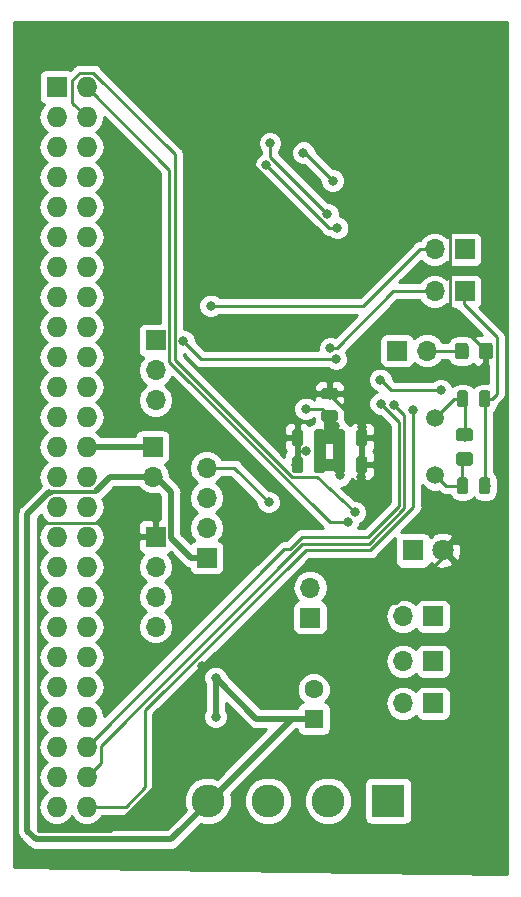
<source format=gbr>
G04 #@! TF.GenerationSoftware,KiCad,Pcbnew,5.0.2-bee76a0~70~ubuntu16.04.1*
G04 #@! TF.CreationDate,2020-12-27T18:43:41+01:00*
G04 #@! TF.ProjectId,STM32SCSISD,53544d33-3253-4435-9349-53442e6b6963,rev?*
G04 #@! TF.SameCoordinates,Original*
G04 #@! TF.FileFunction,Copper,L2,Bot*
G04 #@! TF.FilePolarity,Positive*
%FSLAX46Y46*%
G04 Gerber Fmt 4.6, Leading zero omitted, Abs format (unit mm)*
G04 Created by KiCad (PCBNEW 5.0.2-bee76a0~70~ubuntu16.04.1) date sön 27 dec 2020 18:43:41*
%MOMM*%
%LPD*%
G01*
G04 APERTURE LIST*
G04 #@! TA.AperFunction,ComponentPad*
%ADD10R,1.727200X1.727200*%
G04 #@! TD*
G04 #@! TA.AperFunction,ComponentPad*
%ADD11O,1.727200X1.727200*%
G04 #@! TD*
G04 #@! TA.AperFunction,ComponentPad*
%ADD12R,1.700000X1.700000*%
G04 #@! TD*
G04 #@! TA.AperFunction,ComponentPad*
%ADD13O,1.700000X1.700000*%
G04 #@! TD*
G04 #@! TA.AperFunction,ComponentPad*
%ADD14R,2.780000X2.780000*%
G04 #@! TD*
G04 #@! TA.AperFunction,ComponentPad*
%ADD15C,2.780000*%
G04 #@! TD*
G04 #@! TA.AperFunction,ComponentPad*
%ADD16R,1.800000X1.800000*%
G04 #@! TD*
G04 #@! TA.AperFunction,ComponentPad*
%ADD17C,1.800000*%
G04 #@! TD*
G04 #@! TA.AperFunction,ComponentPad*
%ADD18C,1.500000*%
G04 #@! TD*
G04 #@! TA.AperFunction,Conductor*
%ADD19C,0.100000*%
G04 #@! TD*
G04 #@! TA.AperFunction,SMDPad,CuDef*
%ADD20C,0.975000*%
G04 #@! TD*
G04 #@! TA.AperFunction,SMDPad,CuDef*
%ADD21C,1.150000*%
G04 #@! TD*
G04 #@! TA.AperFunction,ComponentPad*
%ADD22R,1.600000X1.600000*%
G04 #@! TD*
G04 #@! TA.AperFunction,ComponentPad*
%ADD23C,1.600000*%
G04 #@! TD*
G04 #@! TA.AperFunction,ViaPad*
%ADD24C,0.800000*%
G04 #@! TD*
G04 #@! TA.AperFunction,Conductor*
%ADD25C,0.250000*%
G04 #@! TD*
G04 #@! TA.AperFunction,Conductor*
%ADD26C,1.000000*%
G04 #@! TD*
G04 #@! TA.AperFunction,Conductor*
%ADD27C,0.500000*%
G04 #@! TD*
G04 #@! TA.AperFunction,Conductor*
%ADD28C,0.350000*%
G04 #@! TD*
G04 #@! TA.AperFunction,Conductor*
%ADD29C,0.400000*%
G04 #@! TD*
G04 #@! TA.AperFunction,Conductor*
%ADD30C,0.254000*%
G04 #@! TD*
G04 APERTURE END LIST*
D10*
G04 #@! TO.P,J4,1*
G04 #@! TO.N,GND*
X67818000Y-53860700D03*
D11*
G04 #@! TO.P,J4,2*
G04 #@! TO.N,/SCSI_DB0*
X70358000Y-53860700D03*
G04 #@! TO.P,J4,3*
G04 #@! TO.N,GND*
X67818000Y-56400700D03*
G04 #@! TO.P,J4,4*
G04 #@! TO.N,/SCSI_DB1*
X70358000Y-56400700D03*
G04 #@! TO.P,J4,5*
G04 #@! TO.N,GND*
X67818000Y-58940700D03*
G04 #@! TO.P,J4,6*
G04 #@! TO.N,/SCSI_DB2*
X70358000Y-58940700D03*
G04 #@! TO.P,J4,7*
G04 #@! TO.N,GND*
X67818000Y-61480700D03*
G04 #@! TO.P,J4,8*
G04 #@! TO.N,/SCSI_DB3*
X70358000Y-61480700D03*
G04 #@! TO.P,J4,9*
G04 #@! TO.N,GND*
X67818000Y-64020700D03*
G04 #@! TO.P,J4,10*
G04 #@! TO.N,/SCSI_DB4*
X70358000Y-64020700D03*
G04 #@! TO.P,J4,11*
G04 #@! TO.N,GND*
X67818000Y-66560700D03*
G04 #@! TO.P,J4,12*
G04 #@! TO.N,/SCSI_DB5*
X70358000Y-66560700D03*
G04 #@! TO.P,J4,13*
G04 #@! TO.N,GND*
X67818000Y-69100700D03*
G04 #@! TO.P,J4,14*
G04 #@! TO.N,/SCSI_DB6*
X70358000Y-69100700D03*
G04 #@! TO.P,J4,15*
G04 #@! TO.N,GND*
X67818000Y-71640700D03*
G04 #@! TO.P,J4,16*
G04 #@! TO.N,/SCSI_DB7*
X70358000Y-71640700D03*
G04 #@! TO.P,J4,17*
G04 #@! TO.N,GND*
X67818000Y-74180700D03*
G04 #@! TO.P,J4,18*
G04 #@! TO.N,/SCSI_DBP*
X70358000Y-74180700D03*
G04 #@! TO.P,J4,19*
G04 #@! TO.N,GND*
X67818000Y-76720700D03*
G04 #@! TO.P,J4,20*
X70358000Y-76720700D03*
G04 #@! TO.P,J4,21*
X67818000Y-79260700D03*
G04 #@! TO.P,J4,22*
X70358000Y-79260700D03*
G04 #@! TO.P,J4,23*
G04 #@! TO.N,Net-(J4-Pad23)*
X67818000Y-81800700D03*
G04 #@! TO.P,J4,24*
G04 #@! TO.N,Net-(J4-Pad24)*
X70358000Y-81800700D03*
G04 #@! TO.P,J4,25*
G04 #@! TO.N,Net-(J4-Pad25)*
X67818000Y-84340700D03*
G04 #@! TO.P,J4,26*
G04 #@! TO.N,/TERMPWR*
X70358000Y-84340700D03*
G04 #@! TO.P,J4,27*
G04 #@! TO.N,Net-(J4-Pad27)*
X67818000Y-86880700D03*
G04 #@! TO.P,J4,28*
G04 #@! TO.N,Net-(J4-Pad28)*
X70358000Y-86880700D03*
G04 #@! TO.P,J4,29*
G04 #@! TO.N,GND*
X67818000Y-89420700D03*
G04 #@! TO.P,J4,30*
X70358000Y-89420700D03*
G04 #@! TO.P,J4,31*
X67818000Y-91960700D03*
G04 #@! TO.P,J4,32*
G04 #@! TO.N,/SCSI_ATN*
X70358000Y-91960700D03*
G04 #@! TO.P,J4,33*
G04 #@! TO.N,GND*
X67818000Y-94500700D03*
G04 #@! TO.P,J4,34*
X70358000Y-94500700D03*
G04 #@! TO.P,J4,35*
X67818000Y-97040700D03*
G04 #@! TO.P,J4,36*
G04 #@! TO.N,/SCSI_BSY*
X70358000Y-97040700D03*
G04 #@! TO.P,J4,37*
G04 #@! TO.N,GND*
X67818000Y-99580700D03*
G04 #@! TO.P,J4,38*
G04 #@! TO.N,/SCSI_ACK*
X70358000Y-99580700D03*
G04 #@! TO.P,J4,39*
G04 #@! TO.N,GND*
X67818000Y-102120700D03*
G04 #@! TO.P,J4,40*
G04 #@! TO.N,/SCSI_RST*
X70358000Y-102120700D03*
G04 #@! TO.P,J4,41*
G04 #@! TO.N,GND*
X67818000Y-104660700D03*
G04 #@! TO.P,J4,42*
G04 #@! TO.N,/SCSI_MSG*
X70358000Y-104660700D03*
G04 #@! TO.P,J4,43*
G04 #@! TO.N,GND*
X67818000Y-107200700D03*
G04 #@! TO.P,J4,44*
G04 #@! TO.N,/SCSI_SEL*
X70358000Y-107200700D03*
G04 #@! TO.P,J4,45*
G04 #@! TO.N,GND*
X67818000Y-109740700D03*
G04 #@! TO.P,J4,46*
G04 #@! TO.N,/SCSI_CD*
X70358000Y-109740700D03*
G04 #@! TO.P,J4,47*
G04 #@! TO.N,GND*
X67818000Y-112280700D03*
G04 #@! TO.P,J4,48*
G04 #@! TO.N,/SCSI_REQ*
X70358000Y-112280700D03*
G04 #@! TO.P,J4,49*
G04 #@! TO.N,GND*
X67818000Y-114820700D03*
G04 #@! TO.P,J4,50*
G04 #@! TO.N,/SCSI_IO*
X70358000Y-114820700D03*
G04 #@! TD*
D12*
G04 #@! TO.P,JP1,1*
G04 #@! TO.N,GND*
X102362000Y-67627500D03*
D13*
G04 #@! TO.P,JP1,2*
G04 #@! TO.N,/IMAGE_SEL0*
X99822000Y-67627500D03*
G04 #@! TD*
G04 #@! TO.P,JP8,2*
G04 #@! TO.N,/UNIT_SEL1*
X97155000Y-102489000D03*
D12*
G04 #@! TO.P,JP8,1*
G04 #@! TO.N,GND*
X99695000Y-102489000D03*
G04 #@! TD*
G04 #@! TO.P,JP6,1*
G04 #@! TO.N,GND*
X96647000Y-76200000D03*
D13*
G04 #@! TO.P,JP6,2*
G04 #@! TO.N,/RESET*
X99187000Y-76200000D03*
G04 #@! TD*
G04 #@! TO.P,JP4,2*
G04 #@! TO.N,+5V*
X75946000Y-86868000D03*
D12*
G04 #@! TO.P,JP4,1*
G04 #@! TO.N,/TERMPWR*
X75946000Y-84328000D03*
G04 #@! TD*
G04 #@! TO.P,JP7,1*
G04 #@! TO.N,GND*
X99695000Y-98679000D03*
D13*
G04 #@! TO.P,JP7,2*
G04 #@! TO.N,/UNIT_SEL0*
X97155000Y-98679000D03*
G04 #@! TD*
G04 #@! TO.P,JP3,2*
G04 #@! TO.N,/UNIT_SEL2*
X97155000Y-106045000D03*
D12*
G04 #@! TO.P,JP3,1*
G04 #@! TO.N,GND*
X99695000Y-106045000D03*
G04 #@! TD*
G04 #@! TO.P,JP2,1*
G04 #@! TO.N,GND*
X102362000Y-71172211D03*
D13*
G04 #@! TO.P,JP2,2*
G04 #@! TO.N,/IMAGE_SEL1*
X99822000Y-71172211D03*
G04 #@! TD*
D12*
G04 #@! TO.P,J1,1*
G04 #@! TO.N,/SERIAL_TX*
X76200000Y-75311000D03*
D13*
G04 #@! TO.P,J1,2*
G04 #@! TO.N,/SERIAL_RX*
X76200000Y-77851000D03*
G04 #@! TO.P,J1,3*
G04 #@! TO.N,GND*
X76200000Y-80391000D03*
G04 #@! TD*
G04 #@! TO.P,J3,4*
G04 #@! TO.N,GND*
X80518000Y-86106000D03*
G04 #@! TO.P,J3,3*
G04 #@! TO.N,Net-(J3-Pad3)*
X80518000Y-88646000D03*
G04 #@! TO.P,J3,2*
G04 #@! TO.N,Net-(J3-Pad2)*
X80518000Y-91186000D03*
D12*
G04 #@! TO.P,J3,1*
G04 #@! TO.N,+5V*
X80518000Y-93726000D03*
G04 #@! TD*
G04 #@! TO.P,J2,1*
G04 #@! TO.N,+3V3*
X76200000Y-91948000D03*
D13*
G04 #@! TO.P,J2,2*
G04 #@! TO.N,/SWDIO*
X76200000Y-94488000D03*
G04 #@! TO.P,J2,3*
G04 #@! TO.N,/SWDCLK*
X76200000Y-97028000D03*
G04 #@! TO.P,J2,4*
G04 #@! TO.N,GND*
X76200000Y-99568000D03*
G04 #@! TD*
D14*
G04 #@! TO.P,J6,1*
G04 #@! TO.N,Net-(J6-Pad1)*
X95885000Y-114300000D03*
D15*
G04 #@! TO.P,J6,2*
G04 #@! TO.N,GND*
X90805000Y-114300000D03*
G04 #@! TO.P,J6,3*
X85725000Y-114300000D03*
G04 #@! TO.P,J6,4*
G04 #@! TO.N,+5V*
X80645000Y-114300000D03*
G04 #@! TD*
D16*
G04 #@! TO.P,D1,1*
G04 #@! TO.N,Net-(D1-Pad1)*
X97980500Y-93091000D03*
D17*
G04 #@! TO.P,D1,2*
G04 #@! TO.N,+3V3*
X100520500Y-93091000D03*
G04 #@! TD*
D18*
G04 #@! TO.P,Y1,1*
G04 #@! TO.N,Net-(C1-Pad1)*
X99885500Y-86741000D03*
G04 #@! TO.P,Y1,2*
G04 #@! TO.N,Net-(C2-Pad1)*
X99885500Y-81861000D03*
G04 #@! TD*
D19*
G04 #@! TO.N,Net-(C1-Pad1)*
G04 #@! TO.C,C1*
G36*
X102454142Y-86931174D02*
X102477803Y-86934684D01*
X102501007Y-86940496D01*
X102523529Y-86948554D01*
X102545153Y-86958782D01*
X102565670Y-86971079D01*
X102584883Y-86985329D01*
X102602607Y-87001393D01*
X102618671Y-87019117D01*
X102632921Y-87038330D01*
X102645218Y-87058847D01*
X102655446Y-87080471D01*
X102663504Y-87102993D01*
X102669316Y-87126197D01*
X102672826Y-87149858D01*
X102674000Y-87173750D01*
X102674000Y-88086250D01*
X102672826Y-88110142D01*
X102669316Y-88133803D01*
X102663504Y-88157007D01*
X102655446Y-88179529D01*
X102645218Y-88201153D01*
X102632921Y-88221670D01*
X102618671Y-88240883D01*
X102602607Y-88258607D01*
X102584883Y-88274671D01*
X102565670Y-88288921D01*
X102545153Y-88301218D01*
X102523529Y-88311446D01*
X102501007Y-88319504D01*
X102477803Y-88325316D01*
X102454142Y-88328826D01*
X102430250Y-88330000D01*
X101942750Y-88330000D01*
X101918858Y-88328826D01*
X101895197Y-88325316D01*
X101871993Y-88319504D01*
X101849471Y-88311446D01*
X101827847Y-88301218D01*
X101807330Y-88288921D01*
X101788117Y-88274671D01*
X101770393Y-88258607D01*
X101754329Y-88240883D01*
X101740079Y-88221670D01*
X101727782Y-88201153D01*
X101717554Y-88179529D01*
X101709496Y-88157007D01*
X101703684Y-88133803D01*
X101700174Y-88110142D01*
X101699000Y-88086250D01*
X101699000Y-87173750D01*
X101700174Y-87149858D01*
X101703684Y-87126197D01*
X101709496Y-87102993D01*
X101717554Y-87080471D01*
X101727782Y-87058847D01*
X101740079Y-87038330D01*
X101754329Y-87019117D01*
X101770393Y-87001393D01*
X101788117Y-86985329D01*
X101807330Y-86971079D01*
X101827847Y-86958782D01*
X101849471Y-86948554D01*
X101871993Y-86940496D01*
X101895197Y-86934684D01*
X101918858Y-86931174D01*
X101942750Y-86930000D01*
X102430250Y-86930000D01*
X102454142Y-86931174D01*
X102454142Y-86931174D01*
G37*
D20*
G04 #@! TD*
G04 #@! TO.P,C1,1*
G04 #@! TO.N,Net-(C1-Pad1)*
X102186500Y-87630000D03*
D19*
G04 #@! TO.N,GND*
G04 #@! TO.C,C1*
G36*
X104329142Y-86931174D02*
X104352803Y-86934684D01*
X104376007Y-86940496D01*
X104398529Y-86948554D01*
X104420153Y-86958782D01*
X104440670Y-86971079D01*
X104459883Y-86985329D01*
X104477607Y-87001393D01*
X104493671Y-87019117D01*
X104507921Y-87038330D01*
X104520218Y-87058847D01*
X104530446Y-87080471D01*
X104538504Y-87102993D01*
X104544316Y-87126197D01*
X104547826Y-87149858D01*
X104549000Y-87173750D01*
X104549000Y-88086250D01*
X104547826Y-88110142D01*
X104544316Y-88133803D01*
X104538504Y-88157007D01*
X104530446Y-88179529D01*
X104520218Y-88201153D01*
X104507921Y-88221670D01*
X104493671Y-88240883D01*
X104477607Y-88258607D01*
X104459883Y-88274671D01*
X104440670Y-88288921D01*
X104420153Y-88301218D01*
X104398529Y-88311446D01*
X104376007Y-88319504D01*
X104352803Y-88325316D01*
X104329142Y-88328826D01*
X104305250Y-88330000D01*
X103817750Y-88330000D01*
X103793858Y-88328826D01*
X103770197Y-88325316D01*
X103746993Y-88319504D01*
X103724471Y-88311446D01*
X103702847Y-88301218D01*
X103682330Y-88288921D01*
X103663117Y-88274671D01*
X103645393Y-88258607D01*
X103629329Y-88240883D01*
X103615079Y-88221670D01*
X103602782Y-88201153D01*
X103592554Y-88179529D01*
X103584496Y-88157007D01*
X103578684Y-88133803D01*
X103575174Y-88110142D01*
X103574000Y-88086250D01*
X103574000Y-87173750D01*
X103575174Y-87149858D01*
X103578684Y-87126197D01*
X103584496Y-87102993D01*
X103592554Y-87080471D01*
X103602782Y-87058847D01*
X103615079Y-87038330D01*
X103629329Y-87019117D01*
X103645393Y-87001393D01*
X103663117Y-86985329D01*
X103682330Y-86971079D01*
X103702847Y-86958782D01*
X103724471Y-86948554D01*
X103746993Y-86940496D01*
X103770197Y-86934684D01*
X103793858Y-86931174D01*
X103817750Y-86930000D01*
X104305250Y-86930000D01*
X104329142Y-86931174D01*
X104329142Y-86931174D01*
G37*
D20*
G04 #@! TD*
G04 #@! TO.P,C1,2*
G04 #@! TO.N,GND*
X104061500Y-87630000D03*
D19*
G04 #@! TO.N,GND*
G04 #@! TO.C,C2*
G36*
X104329142Y-79565174D02*
X104352803Y-79568684D01*
X104376007Y-79574496D01*
X104398529Y-79582554D01*
X104420153Y-79592782D01*
X104440670Y-79605079D01*
X104459883Y-79619329D01*
X104477607Y-79635393D01*
X104493671Y-79653117D01*
X104507921Y-79672330D01*
X104520218Y-79692847D01*
X104530446Y-79714471D01*
X104538504Y-79736993D01*
X104544316Y-79760197D01*
X104547826Y-79783858D01*
X104549000Y-79807750D01*
X104549000Y-80720250D01*
X104547826Y-80744142D01*
X104544316Y-80767803D01*
X104538504Y-80791007D01*
X104530446Y-80813529D01*
X104520218Y-80835153D01*
X104507921Y-80855670D01*
X104493671Y-80874883D01*
X104477607Y-80892607D01*
X104459883Y-80908671D01*
X104440670Y-80922921D01*
X104420153Y-80935218D01*
X104398529Y-80945446D01*
X104376007Y-80953504D01*
X104352803Y-80959316D01*
X104329142Y-80962826D01*
X104305250Y-80964000D01*
X103817750Y-80964000D01*
X103793858Y-80962826D01*
X103770197Y-80959316D01*
X103746993Y-80953504D01*
X103724471Y-80945446D01*
X103702847Y-80935218D01*
X103682330Y-80922921D01*
X103663117Y-80908671D01*
X103645393Y-80892607D01*
X103629329Y-80874883D01*
X103615079Y-80855670D01*
X103602782Y-80835153D01*
X103592554Y-80813529D01*
X103584496Y-80791007D01*
X103578684Y-80767803D01*
X103575174Y-80744142D01*
X103574000Y-80720250D01*
X103574000Y-79807750D01*
X103575174Y-79783858D01*
X103578684Y-79760197D01*
X103584496Y-79736993D01*
X103592554Y-79714471D01*
X103602782Y-79692847D01*
X103615079Y-79672330D01*
X103629329Y-79653117D01*
X103645393Y-79635393D01*
X103663117Y-79619329D01*
X103682330Y-79605079D01*
X103702847Y-79592782D01*
X103724471Y-79582554D01*
X103746993Y-79574496D01*
X103770197Y-79568684D01*
X103793858Y-79565174D01*
X103817750Y-79564000D01*
X104305250Y-79564000D01*
X104329142Y-79565174D01*
X104329142Y-79565174D01*
G37*
D20*
G04 #@! TD*
G04 #@! TO.P,C2,2*
G04 #@! TO.N,GND*
X104061500Y-80264000D03*
D19*
G04 #@! TO.N,Net-(C2-Pad1)*
G04 #@! TO.C,C2*
G36*
X102454142Y-79565174D02*
X102477803Y-79568684D01*
X102501007Y-79574496D01*
X102523529Y-79582554D01*
X102545153Y-79592782D01*
X102565670Y-79605079D01*
X102584883Y-79619329D01*
X102602607Y-79635393D01*
X102618671Y-79653117D01*
X102632921Y-79672330D01*
X102645218Y-79692847D01*
X102655446Y-79714471D01*
X102663504Y-79736993D01*
X102669316Y-79760197D01*
X102672826Y-79783858D01*
X102674000Y-79807750D01*
X102674000Y-80720250D01*
X102672826Y-80744142D01*
X102669316Y-80767803D01*
X102663504Y-80791007D01*
X102655446Y-80813529D01*
X102645218Y-80835153D01*
X102632921Y-80855670D01*
X102618671Y-80874883D01*
X102602607Y-80892607D01*
X102584883Y-80908671D01*
X102565670Y-80922921D01*
X102545153Y-80935218D01*
X102523529Y-80945446D01*
X102501007Y-80953504D01*
X102477803Y-80959316D01*
X102454142Y-80962826D01*
X102430250Y-80964000D01*
X101942750Y-80964000D01*
X101918858Y-80962826D01*
X101895197Y-80959316D01*
X101871993Y-80953504D01*
X101849471Y-80945446D01*
X101827847Y-80935218D01*
X101807330Y-80922921D01*
X101788117Y-80908671D01*
X101770393Y-80892607D01*
X101754329Y-80874883D01*
X101740079Y-80855670D01*
X101727782Y-80835153D01*
X101717554Y-80813529D01*
X101709496Y-80791007D01*
X101703684Y-80767803D01*
X101700174Y-80744142D01*
X101699000Y-80720250D01*
X101699000Y-79807750D01*
X101700174Y-79783858D01*
X101703684Y-79760197D01*
X101709496Y-79736993D01*
X101717554Y-79714471D01*
X101727782Y-79692847D01*
X101740079Y-79672330D01*
X101754329Y-79653117D01*
X101770393Y-79635393D01*
X101788117Y-79619329D01*
X101807330Y-79605079D01*
X101827847Y-79592782D01*
X101849471Y-79582554D01*
X101871993Y-79574496D01*
X101895197Y-79568684D01*
X101918858Y-79565174D01*
X101942750Y-79564000D01*
X102430250Y-79564000D01*
X102454142Y-79565174D01*
X102454142Y-79565174D01*
G37*
D20*
G04 #@! TD*
G04 #@! TO.P,C2,1*
G04 #@! TO.N,Net-(C2-Pad1)*
X102186500Y-80264000D03*
D19*
G04 #@! TO.N,GND*
G04 #@! TO.C,C6*
G36*
X92040142Y-85153174D02*
X92063803Y-85156684D01*
X92087007Y-85162496D01*
X92109529Y-85170554D01*
X92131153Y-85180782D01*
X92151670Y-85193079D01*
X92170883Y-85207329D01*
X92188607Y-85223393D01*
X92204671Y-85241117D01*
X92218921Y-85260330D01*
X92231218Y-85280847D01*
X92241446Y-85302471D01*
X92249504Y-85324993D01*
X92255316Y-85348197D01*
X92258826Y-85371858D01*
X92260000Y-85395750D01*
X92260000Y-86308250D01*
X92258826Y-86332142D01*
X92255316Y-86355803D01*
X92249504Y-86379007D01*
X92241446Y-86401529D01*
X92231218Y-86423153D01*
X92218921Y-86443670D01*
X92204671Y-86462883D01*
X92188607Y-86480607D01*
X92170883Y-86496671D01*
X92151670Y-86510921D01*
X92131153Y-86523218D01*
X92109529Y-86533446D01*
X92087007Y-86541504D01*
X92063803Y-86547316D01*
X92040142Y-86550826D01*
X92016250Y-86552000D01*
X91528750Y-86552000D01*
X91504858Y-86550826D01*
X91481197Y-86547316D01*
X91457993Y-86541504D01*
X91435471Y-86533446D01*
X91413847Y-86523218D01*
X91393330Y-86510921D01*
X91374117Y-86496671D01*
X91356393Y-86480607D01*
X91340329Y-86462883D01*
X91326079Y-86443670D01*
X91313782Y-86423153D01*
X91303554Y-86401529D01*
X91295496Y-86379007D01*
X91289684Y-86355803D01*
X91286174Y-86332142D01*
X91285000Y-86308250D01*
X91285000Y-85395750D01*
X91286174Y-85371858D01*
X91289684Y-85348197D01*
X91295496Y-85324993D01*
X91303554Y-85302471D01*
X91313782Y-85280847D01*
X91326079Y-85260330D01*
X91340329Y-85241117D01*
X91356393Y-85223393D01*
X91374117Y-85207329D01*
X91393330Y-85193079D01*
X91413847Y-85180782D01*
X91435471Y-85170554D01*
X91457993Y-85162496D01*
X91481197Y-85156684D01*
X91504858Y-85153174D01*
X91528750Y-85152000D01*
X92016250Y-85152000D01*
X92040142Y-85153174D01*
X92040142Y-85153174D01*
G37*
D20*
G04 #@! TD*
G04 #@! TO.P,C6,2*
G04 #@! TO.N,GND*
X91772500Y-85852000D03*
D19*
G04 #@! TO.N,+3V3*
G04 #@! TO.C,C6*
G36*
X93915142Y-85153174D02*
X93938803Y-85156684D01*
X93962007Y-85162496D01*
X93984529Y-85170554D01*
X94006153Y-85180782D01*
X94026670Y-85193079D01*
X94045883Y-85207329D01*
X94063607Y-85223393D01*
X94079671Y-85241117D01*
X94093921Y-85260330D01*
X94106218Y-85280847D01*
X94116446Y-85302471D01*
X94124504Y-85324993D01*
X94130316Y-85348197D01*
X94133826Y-85371858D01*
X94135000Y-85395750D01*
X94135000Y-86308250D01*
X94133826Y-86332142D01*
X94130316Y-86355803D01*
X94124504Y-86379007D01*
X94116446Y-86401529D01*
X94106218Y-86423153D01*
X94093921Y-86443670D01*
X94079671Y-86462883D01*
X94063607Y-86480607D01*
X94045883Y-86496671D01*
X94026670Y-86510921D01*
X94006153Y-86523218D01*
X93984529Y-86533446D01*
X93962007Y-86541504D01*
X93938803Y-86547316D01*
X93915142Y-86550826D01*
X93891250Y-86552000D01*
X93403750Y-86552000D01*
X93379858Y-86550826D01*
X93356197Y-86547316D01*
X93332993Y-86541504D01*
X93310471Y-86533446D01*
X93288847Y-86523218D01*
X93268330Y-86510921D01*
X93249117Y-86496671D01*
X93231393Y-86480607D01*
X93215329Y-86462883D01*
X93201079Y-86443670D01*
X93188782Y-86423153D01*
X93178554Y-86401529D01*
X93170496Y-86379007D01*
X93164684Y-86355803D01*
X93161174Y-86332142D01*
X93160000Y-86308250D01*
X93160000Y-85395750D01*
X93161174Y-85371858D01*
X93164684Y-85348197D01*
X93170496Y-85324993D01*
X93178554Y-85302471D01*
X93188782Y-85280847D01*
X93201079Y-85260330D01*
X93215329Y-85241117D01*
X93231393Y-85223393D01*
X93249117Y-85207329D01*
X93268330Y-85193079D01*
X93288847Y-85180782D01*
X93310471Y-85170554D01*
X93332993Y-85162496D01*
X93356197Y-85156684D01*
X93379858Y-85153174D01*
X93403750Y-85152000D01*
X93891250Y-85152000D01*
X93915142Y-85153174D01*
X93915142Y-85153174D01*
G37*
D20*
G04 #@! TD*
G04 #@! TO.P,C6,1*
G04 #@! TO.N,+3V3*
X93647500Y-85852000D03*
D19*
G04 #@! TO.N,+3V3*
G04 #@! TO.C,C7*
G36*
X91412142Y-79348174D02*
X91435803Y-79351684D01*
X91459007Y-79357496D01*
X91481529Y-79365554D01*
X91503153Y-79375782D01*
X91523670Y-79388079D01*
X91542883Y-79402329D01*
X91560607Y-79418393D01*
X91576671Y-79436117D01*
X91590921Y-79455330D01*
X91603218Y-79475847D01*
X91613446Y-79497471D01*
X91621504Y-79519993D01*
X91627316Y-79543197D01*
X91630826Y-79566858D01*
X91632000Y-79590750D01*
X91632000Y-80078250D01*
X91630826Y-80102142D01*
X91627316Y-80125803D01*
X91621504Y-80149007D01*
X91613446Y-80171529D01*
X91603218Y-80193153D01*
X91590921Y-80213670D01*
X91576671Y-80232883D01*
X91560607Y-80250607D01*
X91542883Y-80266671D01*
X91523670Y-80280921D01*
X91503153Y-80293218D01*
X91481529Y-80303446D01*
X91459007Y-80311504D01*
X91435803Y-80317316D01*
X91412142Y-80320826D01*
X91388250Y-80322000D01*
X90475750Y-80322000D01*
X90451858Y-80320826D01*
X90428197Y-80317316D01*
X90404993Y-80311504D01*
X90382471Y-80303446D01*
X90360847Y-80293218D01*
X90340330Y-80280921D01*
X90321117Y-80266671D01*
X90303393Y-80250607D01*
X90287329Y-80232883D01*
X90273079Y-80213670D01*
X90260782Y-80193153D01*
X90250554Y-80171529D01*
X90242496Y-80149007D01*
X90236684Y-80125803D01*
X90233174Y-80102142D01*
X90232000Y-80078250D01*
X90232000Y-79590750D01*
X90233174Y-79566858D01*
X90236684Y-79543197D01*
X90242496Y-79519993D01*
X90250554Y-79497471D01*
X90260782Y-79475847D01*
X90273079Y-79455330D01*
X90287329Y-79436117D01*
X90303393Y-79418393D01*
X90321117Y-79402329D01*
X90340330Y-79388079D01*
X90360847Y-79375782D01*
X90382471Y-79365554D01*
X90404993Y-79357496D01*
X90428197Y-79351684D01*
X90451858Y-79348174D01*
X90475750Y-79347000D01*
X91388250Y-79347000D01*
X91412142Y-79348174D01*
X91412142Y-79348174D01*
G37*
D20*
G04 #@! TD*
G04 #@! TO.P,C7,1*
G04 #@! TO.N,+3V3*
X90932000Y-79834500D03*
D19*
G04 #@! TO.N,GND*
G04 #@! TO.C,C7*
G36*
X91412142Y-81223174D02*
X91435803Y-81226684D01*
X91459007Y-81232496D01*
X91481529Y-81240554D01*
X91503153Y-81250782D01*
X91523670Y-81263079D01*
X91542883Y-81277329D01*
X91560607Y-81293393D01*
X91576671Y-81311117D01*
X91590921Y-81330330D01*
X91603218Y-81350847D01*
X91613446Y-81372471D01*
X91621504Y-81394993D01*
X91627316Y-81418197D01*
X91630826Y-81441858D01*
X91632000Y-81465750D01*
X91632000Y-81953250D01*
X91630826Y-81977142D01*
X91627316Y-82000803D01*
X91621504Y-82024007D01*
X91613446Y-82046529D01*
X91603218Y-82068153D01*
X91590921Y-82088670D01*
X91576671Y-82107883D01*
X91560607Y-82125607D01*
X91542883Y-82141671D01*
X91523670Y-82155921D01*
X91503153Y-82168218D01*
X91481529Y-82178446D01*
X91459007Y-82186504D01*
X91435803Y-82192316D01*
X91412142Y-82195826D01*
X91388250Y-82197000D01*
X90475750Y-82197000D01*
X90451858Y-82195826D01*
X90428197Y-82192316D01*
X90404993Y-82186504D01*
X90382471Y-82178446D01*
X90360847Y-82168218D01*
X90340330Y-82155921D01*
X90321117Y-82141671D01*
X90303393Y-82125607D01*
X90287329Y-82107883D01*
X90273079Y-82088670D01*
X90260782Y-82068153D01*
X90250554Y-82046529D01*
X90242496Y-82024007D01*
X90236684Y-82000803D01*
X90233174Y-81977142D01*
X90232000Y-81953250D01*
X90232000Y-81465750D01*
X90233174Y-81441858D01*
X90236684Y-81418197D01*
X90242496Y-81394993D01*
X90250554Y-81372471D01*
X90260782Y-81350847D01*
X90273079Y-81330330D01*
X90287329Y-81311117D01*
X90303393Y-81293393D01*
X90321117Y-81277329D01*
X90340330Y-81263079D01*
X90360847Y-81250782D01*
X90382471Y-81240554D01*
X90404993Y-81232496D01*
X90428197Y-81226684D01*
X90451858Y-81223174D01*
X90475750Y-81222000D01*
X91388250Y-81222000D01*
X91412142Y-81223174D01*
X91412142Y-81223174D01*
G37*
D20*
G04 #@! TD*
G04 #@! TO.P,C7,2*
G04 #@! TO.N,GND*
X90932000Y-81709500D03*
D19*
G04 #@! TO.N,GND*
G04 #@! TO.C,C8*
G36*
X92040142Y-82867174D02*
X92063803Y-82870684D01*
X92087007Y-82876496D01*
X92109529Y-82884554D01*
X92131153Y-82894782D01*
X92151670Y-82907079D01*
X92170883Y-82921329D01*
X92188607Y-82937393D01*
X92204671Y-82955117D01*
X92218921Y-82974330D01*
X92231218Y-82994847D01*
X92241446Y-83016471D01*
X92249504Y-83038993D01*
X92255316Y-83062197D01*
X92258826Y-83085858D01*
X92260000Y-83109750D01*
X92260000Y-84022250D01*
X92258826Y-84046142D01*
X92255316Y-84069803D01*
X92249504Y-84093007D01*
X92241446Y-84115529D01*
X92231218Y-84137153D01*
X92218921Y-84157670D01*
X92204671Y-84176883D01*
X92188607Y-84194607D01*
X92170883Y-84210671D01*
X92151670Y-84224921D01*
X92131153Y-84237218D01*
X92109529Y-84247446D01*
X92087007Y-84255504D01*
X92063803Y-84261316D01*
X92040142Y-84264826D01*
X92016250Y-84266000D01*
X91528750Y-84266000D01*
X91504858Y-84264826D01*
X91481197Y-84261316D01*
X91457993Y-84255504D01*
X91435471Y-84247446D01*
X91413847Y-84237218D01*
X91393330Y-84224921D01*
X91374117Y-84210671D01*
X91356393Y-84194607D01*
X91340329Y-84176883D01*
X91326079Y-84157670D01*
X91313782Y-84137153D01*
X91303554Y-84115529D01*
X91295496Y-84093007D01*
X91289684Y-84069803D01*
X91286174Y-84046142D01*
X91285000Y-84022250D01*
X91285000Y-83109750D01*
X91286174Y-83085858D01*
X91289684Y-83062197D01*
X91295496Y-83038993D01*
X91303554Y-83016471D01*
X91313782Y-82994847D01*
X91326079Y-82974330D01*
X91340329Y-82955117D01*
X91356393Y-82937393D01*
X91374117Y-82921329D01*
X91393330Y-82907079D01*
X91413847Y-82894782D01*
X91435471Y-82884554D01*
X91457993Y-82876496D01*
X91481197Y-82870684D01*
X91504858Y-82867174D01*
X91528750Y-82866000D01*
X92016250Y-82866000D01*
X92040142Y-82867174D01*
X92040142Y-82867174D01*
G37*
D20*
G04 #@! TD*
G04 #@! TO.P,C8,2*
G04 #@! TO.N,GND*
X91772500Y-83566000D03*
D19*
G04 #@! TO.N,+3V3*
G04 #@! TO.C,C8*
G36*
X93915142Y-82867174D02*
X93938803Y-82870684D01*
X93962007Y-82876496D01*
X93984529Y-82884554D01*
X94006153Y-82894782D01*
X94026670Y-82907079D01*
X94045883Y-82921329D01*
X94063607Y-82937393D01*
X94079671Y-82955117D01*
X94093921Y-82974330D01*
X94106218Y-82994847D01*
X94116446Y-83016471D01*
X94124504Y-83038993D01*
X94130316Y-83062197D01*
X94133826Y-83085858D01*
X94135000Y-83109750D01*
X94135000Y-84022250D01*
X94133826Y-84046142D01*
X94130316Y-84069803D01*
X94124504Y-84093007D01*
X94116446Y-84115529D01*
X94106218Y-84137153D01*
X94093921Y-84157670D01*
X94079671Y-84176883D01*
X94063607Y-84194607D01*
X94045883Y-84210671D01*
X94026670Y-84224921D01*
X94006153Y-84237218D01*
X93984529Y-84247446D01*
X93962007Y-84255504D01*
X93938803Y-84261316D01*
X93915142Y-84264826D01*
X93891250Y-84266000D01*
X93403750Y-84266000D01*
X93379858Y-84264826D01*
X93356197Y-84261316D01*
X93332993Y-84255504D01*
X93310471Y-84247446D01*
X93288847Y-84237218D01*
X93268330Y-84224921D01*
X93249117Y-84210671D01*
X93231393Y-84194607D01*
X93215329Y-84176883D01*
X93201079Y-84157670D01*
X93188782Y-84137153D01*
X93178554Y-84115529D01*
X93170496Y-84093007D01*
X93164684Y-84069803D01*
X93161174Y-84046142D01*
X93160000Y-84022250D01*
X93160000Y-83109750D01*
X93161174Y-83085858D01*
X93164684Y-83062197D01*
X93170496Y-83038993D01*
X93178554Y-83016471D01*
X93188782Y-82994847D01*
X93201079Y-82974330D01*
X93215329Y-82955117D01*
X93231393Y-82937393D01*
X93249117Y-82921329D01*
X93268330Y-82907079D01*
X93288847Y-82894782D01*
X93310471Y-82884554D01*
X93332993Y-82876496D01*
X93356197Y-82870684D01*
X93379858Y-82867174D01*
X93403750Y-82866000D01*
X93891250Y-82866000D01*
X93915142Y-82867174D01*
X93915142Y-82867174D01*
G37*
D20*
G04 #@! TD*
G04 #@! TO.P,C8,1*
G04 #@! TO.N,+3V3*
X93647500Y-83566000D03*
D19*
G04 #@! TO.N,+3V3*
G04 #@! TO.C,C9*
G36*
X88484142Y-82867174D02*
X88507803Y-82870684D01*
X88531007Y-82876496D01*
X88553529Y-82884554D01*
X88575153Y-82894782D01*
X88595670Y-82907079D01*
X88614883Y-82921329D01*
X88632607Y-82937393D01*
X88648671Y-82955117D01*
X88662921Y-82974330D01*
X88675218Y-82994847D01*
X88685446Y-83016471D01*
X88693504Y-83038993D01*
X88699316Y-83062197D01*
X88702826Y-83085858D01*
X88704000Y-83109750D01*
X88704000Y-84022250D01*
X88702826Y-84046142D01*
X88699316Y-84069803D01*
X88693504Y-84093007D01*
X88685446Y-84115529D01*
X88675218Y-84137153D01*
X88662921Y-84157670D01*
X88648671Y-84176883D01*
X88632607Y-84194607D01*
X88614883Y-84210671D01*
X88595670Y-84224921D01*
X88575153Y-84237218D01*
X88553529Y-84247446D01*
X88531007Y-84255504D01*
X88507803Y-84261316D01*
X88484142Y-84264826D01*
X88460250Y-84266000D01*
X87972750Y-84266000D01*
X87948858Y-84264826D01*
X87925197Y-84261316D01*
X87901993Y-84255504D01*
X87879471Y-84247446D01*
X87857847Y-84237218D01*
X87837330Y-84224921D01*
X87818117Y-84210671D01*
X87800393Y-84194607D01*
X87784329Y-84176883D01*
X87770079Y-84157670D01*
X87757782Y-84137153D01*
X87747554Y-84115529D01*
X87739496Y-84093007D01*
X87733684Y-84069803D01*
X87730174Y-84046142D01*
X87729000Y-84022250D01*
X87729000Y-83109750D01*
X87730174Y-83085858D01*
X87733684Y-83062197D01*
X87739496Y-83038993D01*
X87747554Y-83016471D01*
X87757782Y-82994847D01*
X87770079Y-82974330D01*
X87784329Y-82955117D01*
X87800393Y-82937393D01*
X87818117Y-82921329D01*
X87837330Y-82907079D01*
X87857847Y-82894782D01*
X87879471Y-82884554D01*
X87901993Y-82876496D01*
X87925197Y-82870684D01*
X87948858Y-82867174D01*
X87972750Y-82866000D01*
X88460250Y-82866000D01*
X88484142Y-82867174D01*
X88484142Y-82867174D01*
G37*
D20*
G04 #@! TD*
G04 #@! TO.P,C9,1*
G04 #@! TO.N,+3V3*
X88216500Y-83566000D03*
D19*
G04 #@! TO.N,GND*
G04 #@! TO.C,C9*
G36*
X90359142Y-82867174D02*
X90382803Y-82870684D01*
X90406007Y-82876496D01*
X90428529Y-82884554D01*
X90450153Y-82894782D01*
X90470670Y-82907079D01*
X90489883Y-82921329D01*
X90507607Y-82937393D01*
X90523671Y-82955117D01*
X90537921Y-82974330D01*
X90550218Y-82994847D01*
X90560446Y-83016471D01*
X90568504Y-83038993D01*
X90574316Y-83062197D01*
X90577826Y-83085858D01*
X90579000Y-83109750D01*
X90579000Y-84022250D01*
X90577826Y-84046142D01*
X90574316Y-84069803D01*
X90568504Y-84093007D01*
X90560446Y-84115529D01*
X90550218Y-84137153D01*
X90537921Y-84157670D01*
X90523671Y-84176883D01*
X90507607Y-84194607D01*
X90489883Y-84210671D01*
X90470670Y-84224921D01*
X90450153Y-84237218D01*
X90428529Y-84247446D01*
X90406007Y-84255504D01*
X90382803Y-84261316D01*
X90359142Y-84264826D01*
X90335250Y-84266000D01*
X89847750Y-84266000D01*
X89823858Y-84264826D01*
X89800197Y-84261316D01*
X89776993Y-84255504D01*
X89754471Y-84247446D01*
X89732847Y-84237218D01*
X89712330Y-84224921D01*
X89693117Y-84210671D01*
X89675393Y-84194607D01*
X89659329Y-84176883D01*
X89645079Y-84157670D01*
X89632782Y-84137153D01*
X89622554Y-84115529D01*
X89614496Y-84093007D01*
X89608684Y-84069803D01*
X89605174Y-84046142D01*
X89604000Y-84022250D01*
X89604000Y-83109750D01*
X89605174Y-83085858D01*
X89608684Y-83062197D01*
X89614496Y-83038993D01*
X89622554Y-83016471D01*
X89632782Y-82994847D01*
X89645079Y-82974330D01*
X89659329Y-82955117D01*
X89675393Y-82937393D01*
X89693117Y-82921329D01*
X89712330Y-82907079D01*
X89732847Y-82894782D01*
X89754471Y-82884554D01*
X89776993Y-82876496D01*
X89800197Y-82870684D01*
X89823858Y-82867174D01*
X89847750Y-82866000D01*
X90335250Y-82866000D01*
X90359142Y-82867174D01*
X90359142Y-82867174D01*
G37*
D20*
G04 #@! TD*
G04 #@! TO.P,C9,2*
G04 #@! TO.N,GND*
X90091500Y-83566000D03*
D19*
G04 #@! TO.N,GND*
G04 #@! TO.C,C10*
G36*
X90359142Y-85153174D02*
X90382803Y-85156684D01*
X90406007Y-85162496D01*
X90428529Y-85170554D01*
X90450153Y-85180782D01*
X90470670Y-85193079D01*
X90489883Y-85207329D01*
X90507607Y-85223393D01*
X90523671Y-85241117D01*
X90537921Y-85260330D01*
X90550218Y-85280847D01*
X90560446Y-85302471D01*
X90568504Y-85324993D01*
X90574316Y-85348197D01*
X90577826Y-85371858D01*
X90579000Y-85395750D01*
X90579000Y-86308250D01*
X90577826Y-86332142D01*
X90574316Y-86355803D01*
X90568504Y-86379007D01*
X90560446Y-86401529D01*
X90550218Y-86423153D01*
X90537921Y-86443670D01*
X90523671Y-86462883D01*
X90507607Y-86480607D01*
X90489883Y-86496671D01*
X90470670Y-86510921D01*
X90450153Y-86523218D01*
X90428529Y-86533446D01*
X90406007Y-86541504D01*
X90382803Y-86547316D01*
X90359142Y-86550826D01*
X90335250Y-86552000D01*
X89847750Y-86552000D01*
X89823858Y-86550826D01*
X89800197Y-86547316D01*
X89776993Y-86541504D01*
X89754471Y-86533446D01*
X89732847Y-86523218D01*
X89712330Y-86510921D01*
X89693117Y-86496671D01*
X89675393Y-86480607D01*
X89659329Y-86462883D01*
X89645079Y-86443670D01*
X89632782Y-86423153D01*
X89622554Y-86401529D01*
X89614496Y-86379007D01*
X89608684Y-86355803D01*
X89605174Y-86332142D01*
X89604000Y-86308250D01*
X89604000Y-85395750D01*
X89605174Y-85371858D01*
X89608684Y-85348197D01*
X89614496Y-85324993D01*
X89622554Y-85302471D01*
X89632782Y-85280847D01*
X89645079Y-85260330D01*
X89659329Y-85241117D01*
X89675393Y-85223393D01*
X89693117Y-85207329D01*
X89712330Y-85193079D01*
X89732847Y-85180782D01*
X89754471Y-85170554D01*
X89776993Y-85162496D01*
X89800197Y-85156684D01*
X89823858Y-85153174D01*
X89847750Y-85152000D01*
X90335250Y-85152000D01*
X90359142Y-85153174D01*
X90359142Y-85153174D01*
G37*
D20*
G04 #@! TD*
G04 #@! TO.P,C10,2*
G04 #@! TO.N,GND*
X90091500Y-85852000D03*
D19*
G04 #@! TO.N,+3V3*
G04 #@! TO.C,C10*
G36*
X88484142Y-85153174D02*
X88507803Y-85156684D01*
X88531007Y-85162496D01*
X88553529Y-85170554D01*
X88575153Y-85180782D01*
X88595670Y-85193079D01*
X88614883Y-85207329D01*
X88632607Y-85223393D01*
X88648671Y-85241117D01*
X88662921Y-85260330D01*
X88675218Y-85280847D01*
X88685446Y-85302471D01*
X88693504Y-85324993D01*
X88699316Y-85348197D01*
X88702826Y-85371858D01*
X88704000Y-85395750D01*
X88704000Y-86308250D01*
X88702826Y-86332142D01*
X88699316Y-86355803D01*
X88693504Y-86379007D01*
X88685446Y-86401529D01*
X88675218Y-86423153D01*
X88662921Y-86443670D01*
X88648671Y-86462883D01*
X88632607Y-86480607D01*
X88614883Y-86496671D01*
X88595670Y-86510921D01*
X88575153Y-86523218D01*
X88553529Y-86533446D01*
X88531007Y-86541504D01*
X88507803Y-86547316D01*
X88484142Y-86550826D01*
X88460250Y-86552000D01*
X87972750Y-86552000D01*
X87948858Y-86550826D01*
X87925197Y-86547316D01*
X87901993Y-86541504D01*
X87879471Y-86533446D01*
X87857847Y-86523218D01*
X87837330Y-86510921D01*
X87818117Y-86496671D01*
X87800393Y-86480607D01*
X87784329Y-86462883D01*
X87770079Y-86443670D01*
X87757782Y-86423153D01*
X87747554Y-86401529D01*
X87739496Y-86379007D01*
X87733684Y-86355803D01*
X87730174Y-86332142D01*
X87729000Y-86308250D01*
X87729000Y-85395750D01*
X87730174Y-85371858D01*
X87733684Y-85348197D01*
X87739496Y-85324993D01*
X87747554Y-85302471D01*
X87757782Y-85280847D01*
X87770079Y-85260330D01*
X87784329Y-85241117D01*
X87800393Y-85223393D01*
X87818117Y-85207329D01*
X87837330Y-85193079D01*
X87857847Y-85180782D01*
X87879471Y-85170554D01*
X87901993Y-85162496D01*
X87925197Y-85156684D01*
X87948858Y-85153174D01*
X87972750Y-85152000D01*
X88460250Y-85152000D01*
X88484142Y-85153174D01*
X88484142Y-85153174D01*
G37*
D20*
G04 #@! TD*
G04 #@! TO.P,C10,1*
G04 #@! TO.N,+3V3*
X88216500Y-85852000D03*
D12*
G04 #@! TO.P,JP5,1*
G04 #@! TO.N,GND*
X89281000Y-98793300D03*
D13*
G04 #@! TO.P,JP5,2*
G04 #@! TO.N,Net-(JP5-Pad2)*
X89281000Y-96253300D03*
G04 #@! TD*
D19*
G04 #@! TO.N,Net-(C1-Pad1)*
G04 #@! TO.C,R4*
G36*
X102836505Y-84779204D02*
X102860773Y-84782804D01*
X102884572Y-84788765D01*
X102907671Y-84797030D01*
X102929850Y-84807520D01*
X102950893Y-84820132D01*
X102970599Y-84834747D01*
X102988777Y-84851223D01*
X103005253Y-84869401D01*
X103019868Y-84889107D01*
X103032480Y-84910150D01*
X103042970Y-84932329D01*
X103051235Y-84955428D01*
X103057196Y-84979227D01*
X103060796Y-85003495D01*
X103062000Y-85027999D01*
X103062000Y-85678001D01*
X103060796Y-85702505D01*
X103057196Y-85726773D01*
X103051235Y-85750572D01*
X103042970Y-85773671D01*
X103032480Y-85795850D01*
X103019868Y-85816893D01*
X103005253Y-85836599D01*
X102988777Y-85854777D01*
X102970599Y-85871253D01*
X102950893Y-85885868D01*
X102929850Y-85898480D01*
X102907671Y-85908970D01*
X102884572Y-85917235D01*
X102860773Y-85923196D01*
X102836505Y-85926796D01*
X102812001Y-85928000D01*
X101911999Y-85928000D01*
X101887495Y-85926796D01*
X101863227Y-85923196D01*
X101839428Y-85917235D01*
X101816329Y-85908970D01*
X101794150Y-85898480D01*
X101773107Y-85885868D01*
X101753401Y-85871253D01*
X101735223Y-85854777D01*
X101718747Y-85836599D01*
X101704132Y-85816893D01*
X101691520Y-85795850D01*
X101681030Y-85773671D01*
X101672765Y-85750572D01*
X101666804Y-85726773D01*
X101663204Y-85702505D01*
X101662000Y-85678001D01*
X101662000Y-85027999D01*
X101663204Y-85003495D01*
X101666804Y-84979227D01*
X101672765Y-84955428D01*
X101681030Y-84932329D01*
X101691520Y-84910150D01*
X101704132Y-84889107D01*
X101718747Y-84869401D01*
X101735223Y-84851223D01*
X101753401Y-84834747D01*
X101773107Y-84820132D01*
X101794150Y-84807520D01*
X101816329Y-84797030D01*
X101839428Y-84788765D01*
X101863227Y-84782804D01*
X101887495Y-84779204D01*
X101911999Y-84778000D01*
X102812001Y-84778000D01*
X102836505Y-84779204D01*
X102836505Y-84779204D01*
G37*
D21*
G04 #@! TD*
G04 #@! TO.P,R4,1*
G04 #@! TO.N,Net-(C1-Pad1)*
X102362000Y-85353000D03*
D19*
G04 #@! TO.N,Net-(C2-Pad1)*
G04 #@! TO.C,R4*
G36*
X102836505Y-82729204D02*
X102860773Y-82732804D01*
X102884572Y-82738765D01*
X102907671Y-82747030D01*
X102929850Y-82757520D01*
X102950893Y-82770132D01*
X102970599Y-82784747D01*
X102988777Y-82801223D01*
X103005253Y-82819401D01*
X103019868Y-82839107D01*
X103032480Y-82860150D01*
X103042970Y-82882329D01*
X103051235Y-82905428D01*
X103057196Y-82929227D01*
X103060796Y-82953495D01*
X103062000Y-82977999D01*
X103062000Y-83628001D01*
X103060796Y-83652505D01*
X103057196Y-83676773D01*
X103051235Y-83700572D01*
X103042970Y-83723671D01*
X103032480Y-83745850D01*
X103019868Y-83766893D01*
X103005253Y-83786599D01*
X102988777Y-83804777D01*
X102970599Y-83821253D01*
X102950893Y-83835868D01*
X102929850Y-83848480D01*
X102907671Y-83858970D01*
X102884572Y-83867235D01*
X102860773Y-83873196D01*
X102836505Y-83876796D01*
X102812001Y-83878000D01*
X101911999Y-83878000D01*
X101887495Y-83876796D01*
X101863227Y-83873196D01*
X101839428Y-83867235D01*
X101816329Y-83858970D01*
X101794150Y-83848480D01*
X101773107Y-83835868D01*
X101753401Y-83821253D01*
X101735223Y-83804777D01*
X101718747Y-83786599D01*
X101704132Y-83766893D01*
X101691520Y-83745850D01*
X101681030Y-83723671D01*
X101672765Y-83700572D01*
X101666804Y-83676773D01*
X101663204Y-83652505D01*
X101662000Y-83628001D01*
X101662000Y-82977999D01*
X101663204Y-82953495D01*
X101666804Y-82929227D01*
X101672765Y-82905428D01*
X101681030Y-82882329D01*
X101691520Y-82860150D01*
X101704132Y-82839107D01*
X101718747Y-82819401D01*
X101735223Y-82801223D01*
X101753401Y-82784747D01*
X101773107Y-82770132D01*
X101794150Y-82757520D01*
X101816329Y-82747030D01*
X101839428Y-82738765D01*
X101863227Y-82732804D01*
X101887495Y-82729204D01*
X101911999Y-82728000D01*
X102812001Y-82728000D01*
X102836505Y-82729204D01*
X102836505Y-82729204D01*
G37*
D21*
G04 #@! TD*
G04 #@! TO.P,R4,2*
G04 #@! TO.N,Net-(C2-Pad1)*
X102362000Y-83303000D03*
D19*
G04 #@! TO.N,/RESET*
G04 #@! TO.C,R6*
G36*
X102473905Y-75526604D02*
X102498173Y-75530204D01*
X102521972Y-75536165D01*
X102545071Y-75544430D01*
X102567250Y-75554920D01*
X102588293Y-75567532D01*
X102607999Y-75582147D01*
X102626177Y-75598623D01*
X102642653Y-75616801D01*
X102657268Y-75636507D01*
X102669880Y-75657550D01*
X102680370Y-75679729D01*
X102688635Y-75702828D01*
X102694596Y-75726627D01*
X102698196Y-75750895D01*
X102699400Y-75775399D01*
X102699400Y-76675401D01*
X102698196Y-76699905D01*
X102694596Y-76724173D01*
X102688635Y-76747972D01*
X102680370Y-76771071D01*
X102669880Y-76793250D01*
X102657268Y-76814293D01*
X102642653Y-76833999D01*
X102626177Y-76852177D01*
X102607999Y-76868653D01*
X102588293Y-76883268D01*
X102567250Y-76895880D01*
X102545071Y-76906370D01*
X102521972Y-76914635D01*
X102498173Y-76920596D01*
X102473905Y-76924196D01*
X102449401Y-76925400D01*
X101799399Y-76925400D01*
X101774895Y-76924196D01*
X101750627Y-76920596D01*
X101726828Y-76914635D01*
X101703729Y-76906370D01*
X101681550Y-76895880D01*
X101660507Y-76883268D01*
X101640801Y-76868653D01*
X101622623Y-76852177D01*
X101606147Y-76833999D01*
X101591532Y-76814293D01*
X101578920Y-76793250D01*
X101568430Y-76771071D01*
X101560165Y-76747972D01*
X101554204Y-76724173D01*
X101550604Y-76699905D01*
X101549400Y-76675401D01*
X101549400Y-75775399D01*
X101550604Y-75750895D01*
X101554204Y-75726627D01*
X101560165Y-75702828D01*
X101568430Y-75679729D01*
X101578920Y-75657550D01*
X101591532Y-75636507D01*
X101606147Y-75616801D01*
X101622623Y-75598623D01*
X101640801Y-75582147D01*
X101660507Y-75567532D01*
X101681550Y-75554920D01*
X101703729Y-75544430D01*
X101726828Y-75536165D01*
X101750627Y-75530204D01*
X101774895Y-75526604D01*
X101799399Y-75525400D01*
X102449401Y-75525400D01*
X102473905Y-75526604D01*
X102473905Y-75526604D01*
G37*
D21*
G04 #@! TD*
G04 #@! TO.P,R6,2*
G04 #@! TO.N,/RESET*
X102124400Y-76225400D03*
D19*
G04 #@! TO.N,+3V3*
G04 #@! TO.C,R6*
G36*
X104523905Y-75526604D02*
X104548173Y-75530204D01*
X104571972Y-75536165D01*
X104595071Y-75544430D01*
X104617250Y-75554920D01*
X104638293Y-75567532D01*
X104657999Y-75582147D01*
X104676177Y-75598623D01*
X104692653Y-75616801D01*
X104707268Y-75636507D01*
X104719880Y-75657550D01*
X104730370Y-75679729D01*
X104738635Y-75702828D01*
X104744596Y-75726627D01*
X104748196Y-75750895D01*
X104749400Y-75775399D01*
X104749400Y-76675401D01*
X104748196Y-76699905D01*
X104744596Y-76724173D01*
X104738635Y-76747972D01*
X104730370Y-76771071D01*
X104719880Y-76793250D01*
X104707268Y-76814293D01*
X104692653Y-76833999D01*
X104676177Y-76852177D01*
X104657999Y-76868653D01*
X104638293Y-76883268D01*
X104617250Y-76895880D01*
X104595071Y-76906370D01*
X104571972Y-76914635D01*
X104548173Y-76920596D01*
X104523905Y-76924196D01*
X104499401Y-76925400D01*
X103849399Y-76925400D01*
X103824895Y-76924196D01*
X103800627Y-76920596D01*
X103776828Y-76914635D01*
X103753729Y-76906370D01*
X103731550Y-76895880D01*
X103710507Y-76883268D01*
X103690801Y-76868653D01*
X103672623Y-76852177D01*
X103656147Y-76833999D01*
X103641532Y-76814293D01*
X103628920Y-76793250D01*
X103618430Y-76771071D01*
X103610165Y-76747972D01*
X103604204Y-76724173D01*
X103600604Y-76699905D01*
X103599400Y-76675401D01*
X103599400Y-75775399D01*
X103600604Y-75750895D01*
X103604204Y-75726627D01*
X103610165Y-75702828D01*
X103618430Y-75679729D01*
X103628920Y-75657550D01*
X103641532Y-75636507D01*
X103656147Y-75616801D01*
X103672623Y-75598623D01*
X103690801Y-75582147D01*
X103710507Y-75567532D01*
X103731550Y-75554920D01*
X103753729Y-75544430D01*
X103776828Y-75536165D01*
X103800627Y-75530204D01*
X103824895Y-75526604D01*
X103849399Y-75525400D01*
X104499401Y-75525400D01*
X104523905Y-75526604D01*
X104523905Y-75526604D01*
G37*
D21*
G04 #@! TD*
G04 #@! TO.P,R6,1*
G04 #@! TO.N,+3V3*
X104174400Y-76225400D03*
D22*
G04 #@! TO.P,C11,1*
G04 #@! TO.N,+5V*
X89598500Y-107353100D03*
D23*
G04 #@! TO.P,C11,2*
G04 #@! TO.N,GND*
X89598500Y-104853100D03*
G04 #@! TD*
D24*
G04 #@! TO.N,GND*
X88910673Y-81110416D03*
X91376500Y-82562700D03*
X91808300Y-86753700D03*
X91198700Y-61798200D03*
X88722200Y-59423300D03*
X85766020Y-89014300D03*
G04 #@! TO.N,+5V*
X81280000Y-103886000D03*
X81280000Y-107198200D03*
G04 #@! TO.N,+3V3*
X93649800Y-82677000D03*
X93624400Y-86918800D03*
X88938100Y-84670900D03*
X94068900Y-97599500D03*
X84467700Y-58698300D03*
X103720900Y-78295500D03*
X102934011Y-92494100D03*
X80110402Y-102906902D03*
X98394700Y-95745300D03*
G04 #@! TO.N,/SCSI_DB0*
X92475000Y-90716100D03*
G04 #@! TO.N,/SCSI_DB1*
X93065600Y-89877900D03*
G04 #@! TO.N,/SCSI_DBP*
X91475000Y-76907778D03*
X78550011Y-75374500D03*
G04 #@! TO.N,/SCSI_CD*
X95262700Y-80670400D03*
G04 #@! TO.N,/SCSI_REQ*
X96378070Y-80760465D03*
G04 #@! TO.N,/SCSI_IO*
X98030200Y-81237573D03*
G04 #@! TO.N,/SD_CLK*
X90753053Y-64645247D03*
X85885605Y-58614995D03*
G04 #@! TO.N,/SD_MISO*
X91579700Y-65786000D03*
X85585300Y-60502800D03*
G04 #@! TO.N,/UNIT_SEL2*
X100342700Y-79540100D03*
X95237300Y-78663800D03*
G04 #@! TO.N,/IMAGE_SEL0*
X80860900Y-72390000D03*
G04 #@! TO.N,/IMAGE_SEL1*
X90975000Y-75971400D03*
G04 #@! TD*
D25*
G04 #@! TO.N,Net-(C1-Pad1)*
X100774500Y-87630000D02*
X99885500Y-86741000D01*
X102186500Y-87630000D02*
X100774500Y-87630000D01*
X102186500Y-85528500D02*
X102362000Y-85353000D01*
X102186500Y-87630000D02*
X102186500Y-85528500D01*
G04 #@! TO.N,GND*
X90332916Y-81110416D02*
X90932000Y-81709500D01*
X88910673Y-81110416D02*
X90332916Y-81110416D01*
X90932000Y-82725500D02*
X90091500Y-83566000D01*
X90932000Y-81709500D02*
X90932000Y-82725500D01*
X90932000Y-82725500D02*
X91772500Y-83566000D01*
X91213700Y-82725500D02*
X91376500Y-82562700D01*
X90932000Y-82725500D02*
X91213700Y-82725500D01*
X91808300Y-85887800D02*
X91772500Y-85852000D01*
X91808300Y-86753700D02*
X91808300Y-85887800D01*
X88823800Y-59423300D02*
X88722200Y-59423300D01*
X91198700Y-61798200D02*
X88823800Y-59423300D01*
X102309689Y-72272211D02*
X102309689Y-71172211D01*
X105074410Y-75036932D02*
X102309689Y-72272211D01*
X105074410Y-79838590D02*
X105074410Y-75036932D01*
X104649000Y-80264000D02*
X105074410Y-79838590D01*
X104061500Y-80264000D02*
X104649000Y-80264000D01*
X104061500Y-87630000D02*
X104061500Y-80264000D01*
X82857720Y-86106000D02*
X85766020Y-89014300D01*
X80518000Y-86106000D02*
X82857720Y-86106000D01*
D26*
X91772500Y-83566000D02*
X91772500Y-85852000D01*
X91772500Y-85852000D02*
X90091500Y-85852000D01*
X90091500Y-85852000D02*
X90091500Y-83566000D01*
X90805000Y-83566000D02*
X91772500Y-83566000D01*
X90091500Y-83566000D02*
X90805000Y-83566000D01*
X90932000Y-83439000D02*
X90932000Y-81709500D01*
X90805000Y-83566000D02*
X90932000Y-83439000D01*
D25*
G04 #@! TO.N,Net-(C2-Pad1)*
X101482500Y-80264000D02*
X102186500Y-80264000D01*
X99885500Y-81861000D02*
X101482500Y-80264000D01*
X102362000Y-80439500D02*
X102186500Y-80264000D01*
X102362000Y-83303000D02*
X102362000Y-80439500D01*
D27*
G04 #@! TO.N,+5V*
X77049999Y-87717999D02*
X76200000Y-86868000D01*
X77500001Y-88168001D02*
X77049999Y-87717999D01*
X77500001Y-92058001D02*
X77500001Y-88168001D01*
X79168000Y-93726000D02*
X77500001Y-92058001D01*
X80518000Y-93726000D02*
X79168000Y-93726000D01*
X76200000Y-86868000D02*
X72334131Y-86868000D01*
X72334131Y-86868000D02*
X71208900Y-87993231D01*
X66043124Y-117567410D02*
X65354200Y-116878486D01*
X77504590Y-117567410D02*
X66043124Y-117567410D01*
X80772000Y-114300000D02*
X77504590Y-117567410D01*
X65354200Y-116878486D02*
X65354200Y-90017600D01*
X65354200Y-90017600D02*
X67204836Y-88166965D01*
X71145530Y-88056601D02*
X71208900Y-87993231D01*
D28*
X67289670Y-88150700D02*
X71120000Y-88150700D01*
D29*
X67212336Y-88248364D02*
X67322700Y-88138000D01*
D27*
X87718900Y-107353100D02*
X89598500Y-107353100D01*
X80772000Y-114300000D02*
X87718900Y-107353100D01*
X89598500Y-107353100D02*
X84747100Y-107353100D01*
X84747100Y-107353100D02*
X81280000Y-103886000D01*
X81280000Y-107198200D02*
X81280000Y-103886000D01*
D25*
G04 #@! TO.N,+3V3*
X93647500Y-85852000D02*
X93647500Y-83566000D01*
X93649800Y-83563700D02*
X93647500Y-83566000D01*
X93649800Y-82677000D02*
X93649800Y-83563700D01*
X93624400Y-85875100D02*
X93647500Y-85852000D01*
X93624400Y-86918800D02*
X93624400Y-85875100D01*
X88334315Y-84709000D02*
X88216500Y-84709000D01*
X88372415Y-84670900D02*
X88334315Y-84709000D01*
X88938100Y-84670900D02*
X88372415Y-84670900D01*
X88216500Y-84709000D02*
X88216500Y-83566000D01*
X88216500Y-85852000D02*
X88216500Y-84709000D01*
X90932000Y-79959200D02*
X90932000Y-79834500D01*
X93649800Y-82677000D02*
X90932000Y-79959200D01*
X96540500Y-97599500D02*
X94068900Y-97599500D01*
X100584000Y-92456000D02*
X100584000Y-93556000D01*
X104174400Y-77025400D02*
X103733600Y-77466200D01*
X104174400Y-76225400D02*
X104174400Y-77025400D01*
X103733600Y-78282800D02*
X103720900Y-78295500D01*
X103733600Y-77466200D02*
X103733600Y-78282800D01*
X100622100Y-92494100D02*
X100584000Y-92456000D01*
X102934011Y-92494100D02*
X100622100Y-92494100D01*
X76022200Y-106995104D02*
X80110402Y-102906902D01*
X76022200Y-113107610D02*
X76022200Y-106995104D01*
X100584000Y-93556000D02*
X98394700Y-95745300D01*
X98394700Y-95745300D02*
X96540500Y-97599500D01*
X72364600Y-116865400D02*
X76274790Y-112955210D01*
X66281300Y-116840000D02*
X72390000Y-116840000D01*
X76200000Y-91948000D02*
X75100000Y-91948000D01*
X75100000Y-91948000D02*
X73911399Y-90759399D01*
X73911399Y-90759399D02*
X67279472Y-90759399D01*
X66268600Y-90754200D02*
X66268600Y-116865400D01*
X67279472Y-90759399D02*
X66268600Y-90754200D01*
X103551028Y-75602028D02*
X104174400Y-76225400D01*
X101134688Y-73185688D02*
X103551028Y-75602028D01*
X101117400Y-66141600D02*
X101134688Y-73185688D01*
X84467700Y-58698300D02*
X84467700Y-60458202D01*
X84467700Y-60458202D02*
X92221198Y-68211700D01*
X92221198Y-68211700D02*
X93991688Y-66441210D01*
X100304600Y-66141600D02*
X101117400Y-66141600D01*
X93991688Y-66441210D02*
X100304600Y-66141600D01*
X90132000Y-79834500D02*
X90932000Y-79834500D01*
X89113587Y-79834500D02*
X90132000Y-79834500D01*
X88216500Y-83566000D02*
X88216500Y-82766000D01*
X88216500Y-82766000D02*
X88185672Y-82735172D01*
X88185672Y-82735172D02*
X87604600Y-80518000D01*
X87604600Y-80518000D02*
X89113587Y-79834500D01*
G04 #@! TO.N,/RESET*
X99187000Y-76225400D02*
X99110800Y-76149200D01*
X102124400Y-76225400D02*
X99187000Y-76225400D01*
G04 #@! TO.N,/SCSI_DB0*
X77375001Y-77151261D02*
X77375001Y-76288900D01*
X90939840Y-90716100D02*
X77375001Y-77151261D01*
X92475000Y-90716100D02*
X90939840Y-90716100D01*
X77375001Y-76514851D02*
X77375001Y-76288900D01*
X77375001Y-60865001D02*
X70485000Y-53975000D01*
X77375001Y-76288900D02*
X77375001Y-60865001D01*
G04 #@! TO.N,/SCSI_DB1*
X69169399Y-55199399D02*
X70485000Y-56515000D01*
X79953101Y-79092951D02*
X79953101Y-79089501D01*
X77825011Y-76961411D02*
X77825010Y-59555880D01*
X87737160Y-86877010D02*
X79953101Y-79092951D01*
X89845925Y-86877010D02*
X87737160Y-86877010D01*
X77825010Y-59555880D02*
X70928529Y-52659399D01*
X93065600Y-89877900D02*
X89845925Y-86877010D01*
X69169399Y-53277471D02*
X69169399Y-55199399D01*
X79953101Y-79089501D02*
X77825011Y-76961411D01*
X70928529Y-52659399D02*
X69787471Y-52659399D01*
X69787471Y-52659399D02*
X69169399Y-53277471D01*
G04 #@! TO.N,/SCSI_DBP*
X80083289Y-76907778D02*
X78550011Y-75374500D01*
X91475000Y-76907778D02*
X80083289Y-76907778D01*
D27*
G04 #@! TO.N,/TERMPWR*
X75100000Y-84328000D02*
X70390001Y-84328000D01*
D25*
X76200000Y-84328000D02*
X75100000Y-84328000D01*
G04 #@! TO.N,/SCSI_CD*
X88581090Y-91986100D02*
X94195900Y-91986100D01*
X87103201Y-93014800D02*
X87552390Y-93014800D01*
X87552390Y-93014800D02*
X88581090Y-91986100D01*
X94195900Y-91986100D02*
X96824800Y-89357200D01*
X70390001Y-109728000D02*
X87103201Y-93014800D01*
X96824800Y-89357200D02*
X96824800Y-82232500D01*
X96824800Y-82232500D02*
X95262700Y-80670400D01*
G04 #@! TO.N,/SCSI_REQ*
X70390001Y-112268000D02*
X71578602Y-111079399D01*
X71578602Y-111079399D02*
X71578602Y-109624998D01*
X71578602Y-109624998D02*
X88620600Y-92583000D01*
X88620600Y-92583000D02*
X93687900Y-92583000D01*
X94235410Y-92583000D02*
X97274810Y-89543600D01*
X93687900Y-92583000D02*
X94235410Y-92583000D01*
X97274810Y-81657205D02*
X96378070Y-80760465D01*
X97274810Y-89543600D02*
X97274810Y-81657205D01*
G04 #@! TO.N,/SCSI_IO*
X75336400Y-106655598D02*
X88913698Y-93078300D01*
X75336400Y-113157000D02*
X75336400Y-106655598D01*
X70390001Y-114808000D02*
X73685400Y-114808000D01*
X73685400Y-114808000D02*
X75336400Y-113157000D01*
X88913698Y-93078300D02*
X94018100Y-93078300D01*
X94376520Y-93078300D02*
X94421810Y-93033010D01*
X94018100Y-93078300D02*
X94376520Y-93078300D01*
X98030200Y-89424620D02*
X98030200Y-81237573D01*
X94376520Y-93078300D02*
X98030200Y-89424620D01*
G04 #@! TO.N,/SD_CLK*
X85885605Y-59777799D02*
X85885605Y-58614995D01*
X90753053Y-64645247D02*
X85885605Y-59777799D01*
G04 #@! TO.N,/SD_MISO*
X90868500Y-65786000D02*
X85585300Y-60502800D01*
X91579700Y-65786000D02*
X90868500Y-65786000D01*
G04 #@! TO.N,/UNIT_SEL2*
X100342700Y-79540100D02*
X96139000Y-79540100D01*
X95262700Y-78663800D02*
X95237300Y-78663800D01*
X96139000Y-79540100D02*
X95262700Y-78663800D01*
G04 #@! TO.N,/IMAGE_SEL0*
X93793819Y-72390000D02*
X86156800Y-72390000D01*
X99769689Y-67616211D02*
X98567608Y-67616211D01*
X98567608Y-67616211D02*
X93793819Y-72390000D01*
X80860900Y-72390000D02*
X86156800Y-72390000D01*
X86156800Y-72390000D02*
X86931500Y-72390000D01*
G04 #@! TO.N,/IMAGE_SEL1*
X98567608Y-71172211D02*
X99769689Y-71172211D01*
X91540685Y-75971400D02*
X96339874Y-71172211D01*
X96339874Y-71172211D02*
X98567608Y-71172211D01*
X90975000Y-75971400D02*
X91540685Y-75971400D01*
G04 #@! TD*
D30*
G04 #@! TO.N,+3V3*
G36*
X105970001Y-120512545D02*
X64210000Y-119898428D01*
X64210000Y-90017600D01*
X64451863Y-90017600D01*
X64469201Y-90104766D01*
X64469200Y-116791325D01*
X64451863Y-116878486D01*
X64469200Y-116965647D01*
X64469200Y-116965650D01*
X64520548Y-117223795D01*
X64716151Y-117516535D01*
X64790047Y-117565911D01*
X65355701Y-118131566D01*
X65405075Y-118205459D01*
X65478968Y-118254833D01*
X65478969Y-118254834D01*
X65697814Y-118401062D01*
X65955959Y-118452410D01*
X65955963Y-118452410D01*
X66043124Y-118469747D01*
X66130285Y-118452410D01*
X77417429Y-118452410D01*
X77504590Y-118469747D01*
X77591751Y-118452410D01*
X77591755Y-118452410D01*
X77849900Y-118401062D01*
X78142639Y-118205459D01*
X78192015Y-118131563D01*
X80069934Y-116253644D01*
X80242202Y-116325000D01*
X81047798Y-116325000D01*
X81792070Y-116016712D01*
X82361712Y-115447070D01*
X82670000Y-114702798D01*
X82670000Y-113897202D01*
X83700000Y-113897202D01*
X83700000Y-114702798D01*
X84008288Y-115447070D01*
X84577930Y-116016712D01*
X85322202Y-116325000D01*
X86127798Y-116325000D01*
X86872070Y-116016712D01*
X87441712Y-115447070D01*
X87750000Y-114702798D01*
X87750000Y-113897202D01*
X88780000Y-113897202D01*
X88780000Y-114702798D01*
X89088288Y-115447070D01*
X89657930Y-116016712D01*
X90402202Y-116325000D01*
X91207798Y-116325000D01*
X91952070Y-116016712D01*
X92521712Y-115447070D01*
X92830000Y-114702798D01*
X92830000Y-113897202D01*
X92521712Y-113152930D01*
X92278782Y-112910000D01*
X93847560Y-112910000D01*
X93847560Y-115690000D01*
X93896843Y-115937765D01*
X94037191Y-116147809D01*
X94247235Y-116288157D01*
X94495000Y-116337440D01*
X97275000Y-116337440D01*
X97522765Y-116288157D01*
X97732809Y-116147809D01*
X97873157Y-115937765D01*
X97922440Y-115690000D01*
X97922440Y-112910000D01*
X97873157Y-112662235D01*
X97732809Y-112452191D01*
X97522765Y-112311843D01*
X97275000Y-112262560D01*
X94495000Y-112262560D01*
X94247235Y-112311843D01*
X94037191Y-112452191D01*
X93896843Y-112662235D01*
X93847560Y-112910000D01*
X92278782Y-112910000D01*
X91952070Y-112583288D01*
X91207798Y-112275000D01*
X90402202Y-112275000D01*
X89657930Y-112583288D01*
X89088288Y-113152930D01*
X88780000Y-113897202D01*
X87750000Y-113897202D01*
X87441712Y-113152930D01*
X86872070Y-112583288D01*
X86127798Y-112275000D01*
X85322202Y-112275000D01*
X84577930Y-112583288D01*
X84008288Y-113152930D01*
X83700000Y-113897202D01*
X82670000Y-113897202D01*
X82598644Y-113724934D01*
X88085479Y-108238100D01*
X88167967Y-108238100D01*
X88200343Y-108400865D01*
X88340691Y-108610909D01*
X88550735Y-108751257D01*
X88798500Y-108800540D01*
X90398500Y-108800540D01*
X90646265Y-108751257D01*
X90856309Y-108610909D01*
X90996657Y-108400865D01*
X91045940Y-108153100D01*
X91045940Y-106553100D01*
X90996657Y-106305335D01*
X90856309Y-106095291D01*
X90781044Y-106045000D01*
X95640908Y-106045000D01*
X95756161Y-106624418D01*
X96084375Y-107115625D01*
X96575582Y-107443839D01*
X97008744Y-107530000D01*
X97301256Y-107530000D01*
X97734418Y-107443839D01*
X98225625Y-107115625D01*
X98237816Y-107097381D01*
X98246843Y-107142765D01*
X98387191Y-107352809D01*
X98597235Y-107493157D01*
X98845000Y-107542440D01*
X100545000Y-107542440D01*
X100792765Y-107493157D01*
X101002809Y-107352809D01*
X101143157Y-107142765D01*
X101192440Y-106895000D01*
X101192440Y-105195000D01*
X101143157Y-104947235D01*
X101002809Y-104737191D01*
X100792765Y-104596843D01*
X100545000Y-104547560D01*
X98845000Y-104547560D01*
X98597235Y-104596843D01*
X98387191Y-104737191D01*
X98246843Y-104947235D01*
X98237816Y-104992619D01*
X98225625Y-104974375D01*
X97734418Y-104646161D01*
X97301256Y-104560000D01*
X97008744Y-104560000D01*
X96575582Y-104646161D01*
X96084375Y-104974375D01*
X95756161Y-105465582D01*
X95640908Y-106045000D01*
X90781044Y-106045000D01*
X90646265Y-105954943D01*
X90545997Y-105934999D01*
X90815034Y-105665962D01*
X91033500Y-105138539D01*
X91033500Y-104567661D01*
X90815034Y-104040238D01*
X90411362Y-103636566D01*
X89883939Y-103418100D01*
X89313061Y-103418100D01*
X88785638Y-103636566D01*
X88381966Y-104040238D01*
X88163500Y-104567661D01*
X88163500Y-105138539D01*
X88381966Y-105665962D01*
X88651003Y-105934999D01*
X88550735Y-105954943D01*
X88340691Y-106095291D01*
X88200343Y-106305335D01*
X88167967Y-106468100D01*
X87806059Y-106468100D01*
X87718899Y-106450763D01*
X87631739Y-106468100D01*
X85113679Y-106468100D01*
X82307431Y-103661853D01*
X82157431Y-103299720D01*
X81866280Y-103008569D01*
X81485874Y-102851000D01*
X81074126Y-102851000D01*
X80693720Y-103008569D01*
X80402569Y-103299720D01*
X80245000Y-103680126D01*
X80245000Y-104091874D01*
X80395001Y-104454009D01*
X80395000Y-106630193D01*
X80245000Y-106992326D01*
X80245000Y-107404074D01*
X80402569Y-107784480D01*
X80693720Y-108075631D01*
X81074126Y-108233200D01*
X81485874Y-108233200D01*
X81866280Y-108075631D01*
X82157431Y-107784480D01*
X82315000Y-107404074D01*
X82315000Y-106992326D01*
X82165000Y-106630193D01*
X82165000Y-106022578D01*
X84059676Y-107917255D01*
X84109051Y-107991149D01*
X84182944Y-108040523D01*
X84182945Y-108040524D01*
X84272762Y-108100538D01*
X84401790Y-108186752D01*
X84659935Y-108238100D01*
X84659939Y-108238100D01*
X84747100Y-108255437D01*
X84834261Y-108238100D01*
X85582321Y-108238100D01*
X81399671Y-112420751D01*
X81047798Y-112275000D01*
X80242202Y-112275000D01*
X79497930Y-112583288D01*
X78928288Y-113152930D01*
X78620000Y-113897202D01*
X78620000Y-114702798D01*
X78765751Y-115054671D01*
X77138012Y-116682410D01*
X66409703Y-116682410D01*
X66239200Y-116511908D01*
X66239200Y-90384178D01*
X66491107Y-90132272D01*
X66737570Y-90501130D01*
X67021281Y-90690700D01*
X66737570Y-90880270D01*
X66406350Y-91375975D01*
X66290041Y-91960700D01*
X66406350Y-92545425D01*
X66737570Y-93041130D01*
X67021281Y-93230700D01*
X66737570Y-93420270D01*
X66406350Y-93915975D01*
X66290041Y-94500700D01*
X66406350Y-95085425D01*
X66737570Y-95581130D01*
X67021281Y-95770700D01*
X66737570Y-95960270D01*
X66406350Y-96455975D01*
X66290041Y-97040700D01*
X66406350Y-97625425D01*
X66737570Y-98121130D01*
X67021281Y-98310700D01*
X66737570Y-98500270D01*
X66406350Y-98995975D01*
X66290041Y-99580700D01*
X66406350Y-100165425D01*
X66737570Y-100661130D01*
X67021281Y-100850700D01*
X66737570Y-101040270D01*
X66406350Y-101535975D01*
X66290041Y-102120700D01*
X66406350Y-102705425D01*
X66737570Y-103201130D01*
X67021281Y-103390700D01*
X66737570Y-103580270D01*
X66406350Y-104075975D01*
X66290041Y-104660700D01*
X66406350Y-105245425D01*
X66737570Y-105741130D01*
X67021281Y-105930700D01*
X66737570Y-106120270D01*
X66406350Y-106615975D01*
X66290041Y-107200700D01*
X66406350Y-107785425D01*
X66737570Y-108281130D01*
X67021281Y-108470700D01*
X66737570Y-108660270D01*
X66406350Y-109155975D01*
X66290041Y-109740700D01*
X66406350Y-110325425D01*
X66737570Y-110821130D01*
X67021281Y-111010700D01*
X66737570Y-111200270D01*
X66406350Y-111695975D01*
X66290041Y-112280700D01*
X66406350Y-112865425D01*
X66737570Y-113361130D01*
X67021281Y-113550700D01*
X66737570Y-113740270D01*
X66406350Y-114235975D01*
X66290041Y-114820700D01*
X66406350Y-115405425D01*
X66737570Y-115901130D01*
X67233275Y-116232350D01*
X67670402Y-116319300D01*
X67965598Y-116319300D01*
X68402725Y-116232350D01*
X68898430Y-115901130D01*
X69088000Y-115617419D01*
X69277570Y-115901130D01*
X69773275Y-116232350D01*
X70210402Y-116319300D01*
X70505598Y-116319300D01*
X70942725Y-116232350D01*
X71438430Y-115901130D01*
X71661021Y-115568000D01*
X73610553Y-115568000D01*
X73685400Y-115582888D01*
X73760247Y-115568000D01*
X73760252Y-115568000D01*
X73981937Y-115523904D01*
X74233329Y-115355929D01*
X74275731Y-115292470D01*
X75820873Y-113747329D01*
X75884329Y-113704929D01*
X76052304Y-113453537D01*
X76096400Y-113231852D01*
X76096400Y-113231848D01*
X76111288Y-113157000D01*
X76096400Y-113082152D01*
X76096400Y-106970399D01*
X80577799Y-102489000D01*
X95640908Y-102489000D01*
X95756161Y-103068418D01*
X96084375Y-103559625D01*
X96575582Y-103887839D01*
X97008744Y-103974000D01*
X97301256Y-103974000D01*
X97734418Y-103887839D01*
X98225625Y-103559625D01*
X98237816Y-103541381D01*
X98246843Y-103586765D01*
X98387191Y-103796809D01*
X98597235Y-103937157D01*
X98845000Y-103986440D01*
X100545000Y-103986440D01*
X100792765Y-103937157D01*
X101002809Y-103796809D01*
X101143157Y-103586765D01*
X101192440Y-103339000D01*
X101192440Y-101639000D01*
X101143157Y-101391235D01*
X101002809Y-101181191D01*
X100792765Y-101040843D01*
X100545000Y-100991560D01*
X98845000Y-100991560D01*
X98597235Y-101040843D01*
X98387191Y-101181191D01*
X98246843Y-101391235D01*
X98237816Y-101436619D01*
X98225625Y-101418375D01*
X97734418Y-101090161D01*
X97301256Y-101004000D01*
X97008744Y-101004000D01*
X96575582Y-101090161D01*
X96084375Y-101418375D01*
X95756161Y-101909582D01*
X95640908Y-102489000D01*
X80577799Y-102489000D01*
X86813499Y-96253300D01*
X87766908Y-96253300D01*
X87882161Y-96832718D01*
X88210375Y-97323925D01*
X88228619Y-97336116D01*
X88183235Y-97345143D01*
X87973191Y-97485491D01*
X87832843Y-97695535D01*
X87783560Y-97943300D01*
X87783560Y-99643300D01*
X87832843Y-99891065D01*
X87973191Y-100101109D01*
X88183235Y-100241457D01*
X88431000Y-100290740D01*
X90131000Y-100290740D01*
X90378765Y-100241457D01*
X90588809Y-100101109D01*
X90729157Y-99891065D01*
X90778440Y-99643300D01*
X90778440Y-98679000D01*
X95640908Y-98679000D01*
X95756161Y-99258418D01*
X96084375Y-99749625D01*
X96575582Y-100077839D01*
X97008744Y-100164000D01*
X97301256Y-100164000D01*
X97734418Y-100077839D01*
X98225625Y-99749625D01*
X98237816Y-99731381D01*
X98246843Y-99776765D01*
X98387191Y-99986809D01*
X98597235Y-100127157D01*
X98845000Y-100176440D01*
X100545000Y-100176440D01*
X100792765Y-100127157D01*
X101002809Y-99986809D01*
X101143157Y-99776765D01*
X101192440Y-99529000D01*
X101192440Y-97829000D01*
X101143157Y-97581235D01*
X101002809Y-97371191D01*
X100792765Y-97230843D01*
X100545000Y-97181560D01*
X98845000Y-97181560D01*
X98597235Y-97230843D01*
X98387191Y-97371191D01*
X98246843Y-97581235D01*
X98237816Y-97626619D01*
X98225625Y-97608375D01*
X97734418Y-97280161D01*
X97301256Y-97194000D01*
X97008744Y-97194000D01*
X96575582Y-97280161D01*
X96084375Y-97608375D01*
X95756161Y-98099582D01*
X95640908Y-98679000D01*
X90778440Y-98679000D01*
X90778440Y-97943300D01*
X90729157Y-97695535D01*
X90588809Y-97485491D01*
X90378765Y-97345143D01*
X90333381Y-97336116D01*
X90351625Y-97323925D01*
X90679839Y-96832718D01*
X90795092Y-96253300D01*
X90679839Y-95673882D01*
X90351625Y-95182675D01*
X89860418Y-94854461D01*
X89427256Y-94768300D01*
X89134744Y-94768300D01*
X88701582Y-94854461D01*
X88210375Y-95182675D01*
X87882161Y-95673882D01*
X87766908Y-96253300D01*
X86813499Y-96253300D01*
X89228500Y-93838300D01*
X94301673Y-93838300D01*
X94376520Y-93853188D01*
X94451367Y-93838300D01*
X94451372Y-93838300D01*
X94673057Y-93794204D01*
X94924449Y-93626229D01*
X94966851Y-93562770D01*
X96456509Y-92073112D01*
X96433060Y-92191000D01*
X96433060Y-93991000D01*
X96482343Y-94238765D01*
X96622691Y-94448809D01*
X96832735Y-94589157D01*
X97080500Y-94638440D01*
X98880500Y-94638440D01*
X99128265Y-94589157D01*
X99338309Y-94448809D01*
X99470558Y-94250886D01*
X99505390Y-94285718D01*
X99619947Y-94171161D01*
X99706352Y-94427643D01*
X100279836Y-94637458D01*
X100889960Y-94611839D01*
X101334648Y-94427643D01*
X101421054Y-94171159D01*
X100520500Y-93270605D01*
X100506358Y-93284748D01*
X100326753Y-93105143D01*
X100340895Y-93091000D01*
X100700105Y-93091000D01*
X101600659Y-93991554D01*
X101857143Y-93905148D01*
X102066958Y-93331664D01*
X102041339Y-92721540D01*
X101857143Y-92276852D01*
X101600659Y-92190446D01*
X100700105Y-93091000D01*
X100340895Y-93091000D01*
X100326753Y-93076858D01*
X100506358Y-92897253D01*
X100520500Y-92911395D01*
X101421054Y-92010841D01*
X101334648Y-91754357D01*
X100761164Y-91544542D01*
X100151040Y-91570161D01*
X99706352Y-91754357D01*
X99619947Y-92010839D01*
X99505390Y-91896282D01*
X99470558Y-91931114D01*
X99338309Y-91733191D01*
X99128265Y-91592843D01*
X98880500Y-91543560D01*
X97080500Y-91543560D01*
X96962613Y-91567009D01*
X98514673Y-90014949D01*
X98578129Y-89972549D01*
X98632130Y-89891731D01*
X98746104Y-89721158D01*
X98755877Y-89672026D01*
X98790200Y-89499472D01*
X98790200Y-89499468D01*
X98805088Y-89424620D01*
X98790200Y-89349772D01*
X98790200Y-87604387D01*
X99100960Y-87915147D01*
X99610006Y-88126000D01*
X100160994Y-88126000D01*
X100185179Y-88115982D01*
X100226571Y-88177929D01*
X100477963Y-88345904D01*
X100699648Y-88390000D01*
X100699653Y-88390000D01*
X100774500Y-88404888D01*
X100849347Y-88390000D01*
X101111980Y-88390000D01*
X101119398Y-88427294D01*
X101312584Y-88716416D01*
X101601706Y-88909602D01*
X101942750Y-88977440D01*
X102430250Y-88977440D01*
X102771294Y-88909602D01*
X103060416Y-88716416D01*
X103124000Y-88621256D01*
X103187584Y-88716416D01*
X103476706Y-88909602D01*
X103817750Y-88977440D01*
X104305250Y-88977440D01*
X104646294Y-88909602D01*
X104935416Y-88716416D01*
X105128602Y-88427294D01*
X105196440Y-88086250D01*
X105196440Y-87173750D01*
X105128602Y-86832706D01*
X104935416Y-86543584D01*
X104821500Y-86467467D01*
X104821500Y-81426533D01*
X104935416Y-81350416D01*
X105128602Y-81061294D01*
X105175334Y-80826359D01*
X105196929Y-80811929D01*
X105239331Y-80748470D01*
X105558880Y-80428921D01*
X105622339Y-80386519D01*
X105790314Y-80135127D01*
X105834410Y-79913442D01*
X105834410Y-79913438D01*
X105849298Y-79838590D01*
X105834410Y-79763742D01*
X105834410Y-75111779D01*
X105849298Y-75036932D01*
X105834410Y-74962085D01*
X105834410Y-74962080D01*
X105790314Y-74740395D01*
X105622339Y-74489003D01*
X105558883Y-74446603D01*
X103623345Y-72511066D01*
X103669809Y-72480020D01*
X103810157Y-72269976D01*
X103859440Y-72022211D01*
X103859440Y-70322211D01*
X103810157Y-70074446D01*
X103669809Y-69864402D01*
X103459765Y-69724054D01*
X103212000Y-69674771D01*
X101512000Y-69674771D01*
X101264235Y-69724054D01*
X101054191Y-69864402D01*
X100913843Y-70074446D01*
X100904816Y-70119830D01*
X100892625Y-70101586D01*
X100401418Y-69773372D01*
X99968256Y-69687211D01*
X99675744Y-69687211D01*
X99242582Y-69773372D01*
X98751375Y-70101586D01*
X98543822Y-70412211D01*
X96846410Y-70412211D01*
X98674920Y-68583701D01*
X98751375Y-68698125D01*
X99242582Y-69026339D01*
X99675744Y-69112500D01*
X99968256Y-69112500D01*
X100401418Y-69026339D01*
X100892625Y-68698125D01*
X100904816Y-68679881D01*
X100913843Y-68725265D01*
X101054191Y-68935309D01*
X101264235Y-69075657D01*
X101512000Y-69124940D01*
X103212000Y-69124940D01*
X103459765Y-69075657D01*
X103669809Y-68935309D01*
X103810157Y-68725265D01*
X103859440Y-68477500D01*
X103859440Y-66777500D01*
X103810157Y-66529735D01*
X103669809Y-66319691D01*
X103459765Y-66179343D01*
X103212000Y-66130060D01*
X101512000Y-66130060D01*
X101264235Y-66179343D01*
X101054191Y-66319691D01*
X100913843Y-66529735D01*
X100904816Y-66575119D01*
X100892625Y-66556875D01*
X100401418Y-66228661D01*
X99968256Y-66142500D01*
X99675744Y-66142500D01*
X99242582Y-66228661D01*
X98751375Y-66556875D01*
X98560348Y-66842767D01*
X98492760Y-66856211D01*
X98492756Y-66856211D01*
X98271071Y-66900307D01*
X98019679Y-67068282D01*
X97977279Y-67131738D01*
X93479018Y-71630000D01*
X81564611Y-71630000D01*
X81447180Y-71512569D01*
X81066774Y-71355000D01*
X80655026Y-71355000D01*
X80274620Y-71512569D01*
X79983469Y-71803720D01*
X79825900Y-72184126D01*
X79825900Y-72595874D01*
X79983469Y-72976280D01*
X80274620Y-73267431D01*
X80655026Y-73425000D01*
X81066774Y-73425000D01*
X81447180Y-73267431D01*
X81564611Y-73150000D01*
X93287284Y-73150000D01*
X91407155Y-75030129D01*
X91180874Y-74936400D01*
X90769126Y-74936400D01*
X90388720Y-75093969D01*
X90097569Y-75385120D01*
X89940000Y-75765526D01*
X89940000Y-76147778D01*
X80398091Y-76147778D01*
X79585011Y-75334699D01*
X79585011Y-75168626D01*
X79427442Y-74788220D01*
X79136291Y-74497069D01*
X78755885Y-74339500D01*
X78585011Y-74339500D01*
X78585010Y-60296926D01*
X84550300Y-60296926D01*
X84550300Y-60708674D01*
X84707869Y-61089080D01*
X84999020Y-61380231D01*
X85379426Y-61537800D01*
X85545499Y-61537800D01*
X90278171Y-66270473D01*
X90320571Y-66333929D01*
X90571963Y-66501904D01*
X90793648Y-66546000D01*
X90793652Y-66546000D01*
X90868499Y-66560888D01*
X90887164Y-66557175D01*
X90993420Y-66663431D01*
X91373826Y-66821000D01*
X91785574Y-66821000D01*
X92165980Y-66663431D01*
X92457131Y-66372280D01*
X92614700Y-65991874D01*
X92614700Y-65580126D01*
X92457131Y-65199720D01*
X92165980Y-64908569D01*
X91788053Y-64752027D01*
X91788053Y-64439373D01*
X91630484Y-64058967D01*
X91339333Y-63767816D01*
X90958927Y-63610247D01*
X90792855Y-63610247D01*
X86645605Y-59462998D01*
X86645605Y-59318706D01*
X86746885Y-59217426D01*
X87687200Y-59217426D01*
X87687200Y-59629174D01*
X87844769Y-60009580D01*
X88135920Y-60300731D01*
X88516326Y-60458300D01*
X88783999Y-60458300D01*
X90163700Y-61838002D01*
X90163700Y-62004074D01*
X90321269Y-62384480D01*
X90612420Y-62675631D01*
X90992826Y-62833200D01*
X91404574Y-62833200D01*
X91784980Y-62675631D01*
X92076131Y-62384480D01*
X92233700Y-62004074D01*
X92233700Y-61592326D01*
X92076131Y-61211920D01*
X91784980Y-60920769D01*
X91404574Y-60763200D01*
X91238502Y-60763200D01*
X89757200Y-59281899D01*
X89757200Y-59217426D01*
X89599631Y-58837020D01*
X89308480Y-58545869D01*
X88928074Y-58388300D01*
X88516326Y-58388300D01*
X88135920Y-58545869D01*
X87844769Y-58837020D01*
X87687200Y-59217426D01*
X86746885Y-59217426D01*
X86763036Y-59201275D01*
X86920605Y-58820869D01*
X86920605Y-58409121D01*
X86763036Y-58028715D01*
X86471885Y-57737564D01*
X86091479Y-57579995D01*
X85679731Y-57579995D01*
X85299325Y-57737564D01*
X85008174Y-58028715D01*
X84850605Y-58409121D01*
X84850605Y-58820869D01*
X85008174Y-59201275D01*
X85125605Y-59318706D01*
X85125605Y-59572936D01*
X84999020Y-59625369D01*
X84707869Y-59916520D01*
X84550300Y-60296926D01*
X78585010Y-60296926D01*
X78585009Y-59630732D01*
X78599898Y-59555880D01*
X78540913Y-59259342D01*
X78415339Y-59071407D01*
X78415336Y-59071404D01*
X78372938Y-59007951D01*
X78309485Y-58965553D01*
X71518860Y-52174929D01*
X71476458Y-52111470D01*
X71225066Y-51943495D01*
X71003381Y-51899399D01*
X71003376Y-51899399D01*
X70928529Y-51884511D01*
X70853682Y-51899399D01*
X69862319Y-51899399D01*
X69787471Y-51884511D01*
X69712623Y-51899399D01*
X69712619Y-51899399D01*
X69539076Y-51933919D01*
X69490933Y-51943495D01*
X69303889Y-52068475D01*
X69239542Y-52111470D01*
X69197142Y-52174926D01*
X68955597Y-52416471D01*
X68929365Y-52398943D01*
X68681600Y-52349660D01*
X66954400Y-52349660D01*
X66706635Y-52398943D01*
X66496591Y-52539291D01*
X66356243Y-52749335D01*
X66306960Y-52997100D01*
X66306960Y-54724300D01*
X66356243Y-54972065D01*
X66496591Y-55182109D01*
X66706635Y-55322457D01*
X66732651Y-55327632D01*
X66406350Y-55815975D01*
X66290041Y-56400700D01*
X66406350Y-56985425D01*
X66737570Y-57481130D01*
X67021281Y-57670700D01*
X66737570Y-57860270D01*
X66406350Y-58355975D01*
X66290041Y-58940700D01*
X66406350Y-59525425D01*
X66737570Y-60021130D01*
X67021281Y-60210700D01*
X66737570Y-60400270D01*
X66406350Y-60895975D01*
X66290041Y-61480700D01*
X66406350Y-62065425D01*
X66737570Y-62561130D01*
X67021281Y-62750700D01*
X66737570Y-62940270D01*
X66406350Y-63435975D01*
X66290041Y-64020700D01*
X66406350Y-64605425D01*
X66737570Y-65101130D01*
X67021281Y-65290700D01*
X66737570Y-65480270D01*
X66406350Y-65975975D01*
X66290041Y-66560700D01*
X66406350Y-67145425D01*
X66737570Y-67641130D01*
X67021281Y-67830700D01*
X66737570Y-68020270D01*
X66406350Y-68515975D01*
X66290041Y-69100700D01*
X66406350Y-69685425D01*
X66737570Y-70181130D01*
X67021281Y-70370700D01*
X66737570Y-70560270D01*
X66406350Y-71055975D01*
X66290041Y-71640700D01*
X66406350Y-72225425D01*
X66737570Y-72721130D01*
X67021281Y-72910700D01*
X66737570Y-73100270D01*
X66406350Y-73595975D01*
X66290041Y-74180700D01*
X66406350Y-74765425D01*
X66737570Y-75261130D01*
X67021281Y-75450700D01*
X66737570Y-75640270D01*
X66406350Y-76135975D01*
X66290041Y-76720700D01*
X66406350Y-77305425D01*
X66737570Y-77801130D01*
X67021281Y-77990700D01*
X66737570Y-78180270D01*
X66406350Y-78675975D01*
X66290041Y-79260700D01*
X66406350Y-79845425D01*
X66737570Y-80341130D01*
X67021281Y-80530700D01*
X66737570Y-80720270D01*
X66406350Y-81215975D01*
X66290041Y-81800700D01*
X66406350Y-82385425D01*
X66737570Y-82881130D01*
X67021281Y-83070700D01*
X66737570Y-83260270D01*
X66406350Y-83755975D01*
X66290041Y-84340700D01*
X66406350Y-84925425D01*
X66737570Y-85421130D01*
X67021281Y-85610700D01*
X66737570Y-85800270D01*
X66406350Y-86295975D01*
X66290041Y-86880700D01*
X66406350Y-87465425D01*
X66505864Y-87614358D01*
X64790045Y-89330177D01*
X64716152Y-89379551D01*
X64666778Y-89453444D01*
X64666776Y-89453446D01*
X64520549Y-89672290D01*
X64451863Y-90017600D01*
X64210000Y-90017600D01*
X64210000Y-48387000D01*
X105970000Y-48387000D01*
X105970001Y-120512545D01*
X105970001Y-120512545D01*
G37*
X105970001Y-120512545D02*
X64210000Y-119898428D01*
X64210000Y-90017600D01*
X64451863Y-90017600D01*
X64469201Y-90104766D01*
X64469200Y-116791325D01*
X64451863Y-116878486D01*
X64469200Y-116965647D01*
X64469200Y-116965650D01*
X64520548Y-117223795D01*
X64716151Y-117516535D01*
X64790047Y-117565911D01*
X65355701Y-118131566D01*
X65405075Y-118205459D01*
X65478968Y-118254833D01*
X65478969Y-118254834D01*
X65697814Y-118401062D01*
X65955959Y-118452410D01*
X65955963Y-118452410D01*
X66043124Y-118469747D01*
X66130285Y-118452410D01*
X77417429Y-118452410D01*
X77504590Y-118469747D01*
X77591751Y-118452410D01*
X77591755Y-118452410D01*
X77849900Y-118401062D01*
X78142639Y-118205459D01*
X78192015Y-118131563D01*
X80069934Y-116253644D01*
X80242202Y-116325000D01*
X81047798Y-116325000D01*
X81792070Y-116016712D01*
X82361712Y-115447070D01*
X82670000Y-114702798D01*
X82670000Y-113897202D01*
X83700000Y-113897202D01*
X83700000Y-114702798D01*
X84008288Y-115447070D01*
X84577930Y-116016712D01*
X85322202Y-116325000D01*
X86127798Y-116325000D01*
X86872070Y-116016712D01*
X87441712Y-115447070D01*
X87750000Y-114702798D01*
X87750000Y-113897202D01*
X88780000Y-113897202D01*
X88780000Y-114702798D01*
X89088288Y-115447070D01*
X89657930Y-116016712D01*
X90402202Y-116325000D01*
X91207798Y-116325000D01*
X91952070Y-116016712D01*
X92521712Y-115447070D01*
X92830000Y-114702798D01*
X92830000Y-113897202D01*
X92521712Y-113152930D01*
X92278782Y-112910000D01*
X93847560Y-112910000D01*
X93847560Y-115690000D01*
X93896843Y-115937765D01*
X94037191Y-116147809D01*
X94247235Y-116288157D01*
X94495000Y-116337440D01*
X97275000Y-116337440D01*
X97522765Y-116288157D01*
X97732809Y-116147809D01*
X97873157Y-115937765D01*
X97922440Y-115690000D01*
X97922440Y-112910000D01*
X97873157Y-112662235D01*
X97732809Y-112452191D01*
X97522765Y-112311843D01*
X97275000Y-112262560D01*
X94495000Y-112262560D01*
X94247235Y-112311843D01*
X94037191Y-112452191D01*
X93896843Y-112662235D01*
X93847560Y-112910000D01*
X92278782Y-112910000D01*
X91952070Y-112583288D01*
X91207798Y-112275000D01*
X90402202Y-112275000D01*
X89657930Y-112583288D01*
X89088288Y-113152930D01*
X88780000Y-113897202D01*
X87750000Y-113897202D01*
X87441712Y-113152930D01*
X86872070Y-112583288D01*
X86127798Y-112275000D01*
X85322202Y-112275000D01*
X84577930Y-112583288D01*
X84008288Y-113152930D01*
X83700000Y-113897202D01*
X82670000Y-113897202D01*
X82598644Y-113724934D01*
X88085479Y-108238100D01*
X88167967Y-108238100D01*
X88200343Y-108400865D01*
X88340691Y-108610909D01*
X88550735Y-108751257D01*
X88798500Y-108800540D01*
X90398500Y-108800540D01*
X90646265Y-108751257D01*
X90856309Y-108610909D01*
X90996657Y-108400865D01*
X91045940Y-108153100D01*
X91045940Y-106553100D01*
X90996657Y-106305335D01*
X90856309Y-106095291D01*
X90781044Y-106045000D01*
X95640908Y-106045000D01*
X95756161Y-106624418D01*
X96084375Y-107115625D01*
X96575582Y-107443839D01*
X97008744Y-107530000D01*
X97301256Y-107530000D01*
X97734418Y-107443839D01*
X98225625Y-107115625D01*
X98237816Y-107097381D01*
X98246843Y-107142765D01*
X98387191Y-107352809D01*
X98597235Y-107493157D01*
X98845000Y-107542440D01*
X100545000Y-107542440D01*
X100792765Y-107493157D01*
X101002809Y-107352809D01*
X101143157Y-107142765D01*
X101192440Y-106895000D01*
X101192440Y-105195000D01*
X101143157Y-104947235D01*
X101002809Y-104737191D01*
X100792765Y-104596843D01*
X100545000Y-104547560D01*
X98845000Y-104547560D01*
X98597235Y-104596843D01*
X98387191Y-104737191D01*
X98246843Y-104947235D01*
X98237816Y-104992619D01*
X98225625Y-104974375D01*
X97734418Y-104646161D01*
X97301256Y-104560000D01*
X97008744Y-104560000D01*
X96575582Y-104646161D01*
X96084375Y-104974375D01*
X95756161Y-105465582D01*
X95640908Y-106045000D01*
X90781044Y-106045000D01*
X90646265Y-105954943D01*
X90545997Y-105934999D01*
X90815034Y-105665962D01*
X91033500Y-105138539D01*
X91033500Y-104567661D01*
X90815034Y-104040238D01*
X90411362Y-103636566D01*
X89883939Y-103418100D01*
X89313061Y-103418100D01*
X88785638Y-103636566D01*
X88381966Y-104040238D01*
X88163500Y-104567661D01*
X88163500Y-105138539D01*
X88381966Y-105665962D01*
X88651003Y-105934999D01*
X88550735Y-105954943D01*
X88340691Y-106095291D01*
X88200343Y-106305335D01*
X88167967Y-106468100D01*
X87806059Y-106468100D01*
X87718899Y-106450763D01*
X87631739Y-106468100D01*
X85113679Y-106468100D01*
X82307431Y-103661853D01*
X82157431Y-103299720D01*
X81866280Y-103008569D01*
X81485874Y-102851000D01*
X81074126Y-102851000D01*
X80693720Y-103008569D01*
X80402569Y-103299720D01*
X80245000Y-103680126D01*
X80245000Y-104091874D01*
X80395001Y-104454009D01*
X80395000Y-106630193D01*
X80245000Y-106992326D01*
X80245000Y-107404074D01*
X80402569Y-107784480D01*
X80693720Y-108075631D01*
X81074126Y-108233200D01*
X81485874Y-108233200D01*
X81866280Y-108075631D01*
X82157431Y-107784480D01*
X82315000Y-107404074D01*
X82315000Y-106992326D01*
X82165000Y-106630193D01*
X82165000Y-106022578D01*
X84059676Y-107917255D01*
X84109051Y-107991149D01*
X84182944Y-108040523D01*
X84182945Y-108040524D01*
X84272762Y-108100538D01*
X84401790Y-108186752D01*
X84659935Y-108238100D01*
X84659939Y-108238100D01*
X84747100Y-108255437D01*
X84834261Y-108238100D01*
X85582321Y-108238100D01*
X81399671Y-112420751D01*
X81047798Y-112275000D01*
X80242202Y-112275000D01*
X79497930Y-112583288D01*
X78928288Y-113152930D01*
X78620000Y-113897202D01*
X78620000Y-114702798D01*
X78765751Y-115054671D01*
X77138012Y-116682410D01*
X66409703Y-116682410D01*
X66239200Y-116511908D01*
X66239200Y-90384178D01*
X66491107Y-90132272D01*
X66737570Y-90501130D01*
X67021281Y-90690700D01*
X66737570Y-90880270D01*
X66406350Y-91375975D01*
X66290041Y-91960700D01*
X66406350Y-92545425D01*
X66737570Y-93041130D01*
X67021281Y-93230700D01*
X66737570Y-93420270D01*
X66406350Y-93915975D01*
X66290041Y-94500700D01*
X66406350Y-95085425D01*
X66737570Y-95581130D01*
X67021281Y-95770700D01*
X66737570Y-95960270D01*
X66406350Y-96455975D01*
X66290041Y-97040700D01*
X66406350Y-97625425D01*
X66737570Y-98121130D01*
X67021281Y-98310700D01*
X66737570Y-98500270D01*
X66406350Y-98995975D01*
X66290041Y-99580700D01*
X66406350Y-100165425D01*
X66737570Y-100661130D01*
X67021281Y-100850700D01*
X66737570Y-101040270D01*
X66406350Y-101535975D01*
X66290041Y-102120700D01*
X66406350Y-102705425D01*
X66737570Y-103201130D01*
X67021281Y-103390700D01*
X66737570Y-103580270D01*
X66406350Y-104075975D01*
X66290041Y-104660700D01*
X66406350Y-105245425D01*
X66737570Y-105741130D01*
X67021281Y-105930700D01*
X66737570Y-106120270D01*
X66406350Y-106615975D01*
X66290041Y-107200700D01*
X66406350Y-107785425D01*
X66737570Y-108281130D01*
X67021281Y-108470700D01*
X66737570Y-108660270D01*
X66406350Y-109155975D01*
X66290041Y-109740700D01*
X66406350Y-110325425D01*
X66737570Y-110821130D01*
X67021281Y-111010700D01*
X66737570Y-111200270D01*
X66406350Y-111695975D01*
X66290041Y-112280700D01*
X66406350Y-112865425D01*
X66737570Y-113361130D01*
X67021281Y-113550700D01*
X66737570Y-113740270D01*
X66406350Y-114235975D01*
X66290041Y-114820700D01*
X66406350Y-115405425D01*
X66737570Y-115901130D01*
X67233275Y-116232350D01*
X67670402Y-116319300D01*
X67965598Y-116319300D01*
X68402725Y-116232350D01*
X68898430Y-115901130D01*
X69088000Y-115617419D01*
X69277570Y-115901130D01*
X69773275Y-116232350D01*
X70210402Y-116319300D01*
X70505598Y-116319300D01*
X70942725Y-116232350D01*
X71438430Y-115901130D01*
X71661021Y-115568000D01*
X73610553Y-115568000D01*
X73685400Y-115582888D01*
X73760247Y-115568000D01*
X73760252Y-115568000D01*
X73981937Y-115523904D01*
X74233329Y-115355929D01*
X74275731Y-115292470D01*
X75820873Y-113747329D01*
X75884329Y-113704929D01*
X76052304Y-113453537D01*
X76096400Y-113231852D01*
X76096400Y-113231848D01*
X76111288Y-113157000D01*
X76096400Y-113082152D01*
X76096400Y-106970399D01*
X80577799Y-102489000D01*
X95640908Y-102489000D01*
X95756161Y-103068418D01*
X96084375Y-103559625D01*
X96575582Y-103887839D01*
X97008744Y-103974000D01*
X97301256Y-103974000D01*
X97734418Y-103887839D01*
X98225625Y-103559625D01*
X98237816Y-103541381D01*
X98246843Y-103586765D01*
X98387191Y-103796809D01*
X98597235Y-103937157D01*
X98845000Y-103986440D01*
X100545000Y-103986440D01*
X100792765Y-103937157D01*
X101002809Y-103796809D01*
X101143157Y-103586765D01*
X101192440Y-103339000D01*
X101192440Y-101639000D01*
X101143157Y-101391235D01*
X101002809Y-101181191D01*
X100792765Y-101040843D01*
X100545000Y-100991560D01*
X98845000Y-100991560D01*
X98597235Y-101040843D01*
X98387191Y-101181191D01*
X98246843Y-101391235D01*
X98237816Y-101436619D01*
X98225625Y-101418375D01*
X97734418Y-101090161D01*
X97301256Y-101004000D01*
X97008744Y-101004000D01*
X96575582Y-101090161D01*
X96084375Y-101418375D01*
X95756161Y-101909582D01*
X95640908Y-102489000D01*
X80577799Y-102489000D01*
X86813499Y-96253300D01*
X87766908Y-96253300D01*
X87882161Y-96832718D01*
X88210375Y-97323925D01*
X88228619Y-97336116D01*
X88183235Y-97345143D01*
X87973191Y-97485491D01*
X87832843Y-97695535D01*
X87783560Y-97943300D01*
X87783560Y-99643300D01*
X87832843Y-99891065D01*
X87973191Y-100101109D01*
X88183235Y-100241457D01*
X88431000Y-100290740D01*
X90131000Y-100290740D01*
X90378765Y-100241457D01*
X90588809Y-100101109D01*
X90729157Y-99891065D01*
X90778440Y-99643300D01*
X90778440Y-98679000D01*
X95640908Y-98679000D01*
X95756161Y-99258418D01*
X96084375Y-99749625D01*
X96575582Y-100077839D01*
X97008744Y-100164000D01*
X97301256Y-100164000D01*
X97734418Y-100077839D01*
X98225625Y-99749625D01*
X98237816Y-99731381D01*
X98246843Y-99776765D01*
X98387191Y-99986809D01*
X98597235Y-100127157D01*
X98845000Y-100176440D01*
X100545000Y-100176440D01*
X100792765Y-100127157D01*
X101002809Y-99986809D01*
X101143157Y-99776765D01*
X101192440Y-99529000D01*
X101192440Y-97829000D01*
X101143157Y-97581235D01*
X101002809Y-97371191D01*
X100792765Y-97230843D01*
X100545000Y-97181560D01*
X98845000Y-97181560D01*
X98597235Y-97230843D01*
X98387191Y-97371191D01*
X98246843Y-97581235D01*
X98237816Y-97626619D01*
X98225625Y-97608375D01*
X97734418Y-97280161D01*
X97301256Y-97194000D01*
X97008744Y-97194000D01*
X96575582Y-97280161D01*
X96084375Y-97608375D01*
X95756161Y-98099582D01*
X95640908Y-98679000D01*
X90778440Y-98679000D01*
X90778440Y-97943300D01*
X90729157Y-97695535D01*
X90588809Y-97485491D01*
X90378765Y-97345143D01*
X90333381Y-97336116D01*
X90351625Y-97323925D01*
X90679839Y-96832718D01*
X90795092Y-96253300D01*
X90679839Y-95673882D01*
X90351625Y-95182675D01*
X89860418Y-94854461D01*
X89427256Y-94768300D01*
X89134744Y-94768300D01*
X88701582Y-94854461D01*
X88210375Y-95182675D01*
X87882161Y-95673882D01*
X87766908Y-96253300D01*
X86813499Y-96253300D01*
X89228500Y-93838300D01*
X94301673Y-93838300D01*
X94376520Y-93853188D01*
X94451367Y-93838300D01*
X94451372Y-93838300D01*
X94673057Y-93794204D01*
X94924449Y-93626229D01*
X94966851Y-93562770D01*
X96456509Y-92073112D01*
X96433060Y-92191000D01*
X96433060Y-93991000D01*
X96482343Y-94238765D01*
X96622691Y-94448809D01*
X96832735Y-94589157D01*
X97080500Y-94638440D01*
X98880500Y-94638440D01*
X99128265Y-94589157D01*
X99338309Y-94448809D01*
X99470558Y-94250886D01*
X99505390Y-94285718D01*
X99619947Y-94171161D01*
X99706352Y-94427643D01*
X100279836Y-94637458D01*
X100889960Y-94611839D01*
X101334648Y-94427643D01*
X101421054Y-94171159D01*
X100520500Y-93270605D01*
X100506358Y-93284748D01*
X100326753Y-93105143D01*
X100340895Y-93091000D01*
X100700105Y-93091000D01*
X101600659Y-93991554D01*
X101857143Y-93905148D01*
X102066958Y-93331664D01*
X102041339Y-92721540D01*
X101857143Y-92276852D01*
X101600659Y-92190446D01*
X100700105Y-93091000D01*
X100340895Y-93091000D01*
X100326753Y-93076858D01*
X100506358Y-92897253D01*
X100520500Y-92911395D01*
X101421054Y-92010841D01*
X101334648Y-91754357D01*
X100761164Y-91544542D01*
X100151040Y-91570161D01*
X99706352Y-91754357D01*
X99619947Y-92010839D01*
X99505390Y-91896282D01*
X99470558Y-91931114D01*
X99338309Y-91733191D01*
X99128265Y-91592843D01*
X98880500Y-91543560D01*
X97080500Y-91543560D01*
X96962613Y-91567009D01*
X98514673Y-90014949D01*
X98578129Y-89972549D01*
X98632130Y-89891731D01*
X98746104Y-89721158D01*
X98755877Y-89672026D01*
X98790200Y-89499472D01*
X98790200Y-89499468D01*
X98805088Y-89424620D01*
X98790200Y-89349772D01*
X98790200Y-87604387D01*
X99100960Y-87915147D01*
X99610006Y-88126000D01*
X100160994Y-88126000D01*
X100185179Y-88115982D01*
X100226571Y-88177929D01*
X100477963Y-88345904D01*
X100699648Y-88390000D01*
X100699653Y-88390000D01*
X100774500Y-88404888D01*
X100849347Y-88390000D01*
X101111980Y-88390000D01*
X101119398Y-88427294D01*
X101312584Y-88716416D01*
X101601706Y-88909602D01*
X101942750Y-88977440D01*
X102430250Y-88977440D01*
X102771294Y-88909602D01*
X103060416Y-88716416D01*
X103124000Y-88621256D01*
X103187584Y-88716416D01*
X103476706Y-88909602D01*
X103817750Y-88977440D01*
X104305250Y-88977440D01*
X104646294Y-88909602D01*
X104935416Y-88716416D01*
X105128602Y-88427294D01*
X105196440Y-88086250D01*
X105196440Y-87173750D01*
X105128602Y-86832706D01*
X104935416Y-86543584D01*
X104821500Y-86467467D01*
X104821500Y-81426533D01*
X104935416Y-81350416D01*
X105128602Y-81061294D01*
X105175334Y-80826359D01*
X105196929Y-80811929D01*
X105239331Y-80748470D01*
X105558880Y-80428921D01*
X105622339Y-80386519D01*
X105790314Y-80135127D01*
X105834410Y-79913442D01*
X105834410Y-79913438D01*
X105849298Y-79838590D01*
X105834410Y-79763742D01*
X105834410Y-75111779D01*
X105849298Y-75036932D01*
X105834410Y-74962085D01*
X105834410Y-74962080D01*
X105790314Y-74740395D01*
X105622339Y-74489003D01*
X105558883Y-74446603D01*
X103623345Y-72511066D01*
X103669809Y-72480020D01*
X103810157Y-72269976D01*
X103859440Y-72022211D01*
X103859440Y-70322211D01*
X103810157Y-70074446D01*
X103669809Y-69864402D01*
X103459765Y-69724054D01*
X103212000Y-69674771D01*
X101512000Y-69674771D01*
X101264235Y-69724054D01*
X101054191Y-69864402D01*
X100913843Y-70074446D01*
X100904816Y-70119830D01*
X100892625Y-70101586D01*
X100401418Y-69773372D01*
X99968256Y-69687211D01*
X99675744Y-69687211D01*
X99242582Y-69773372D01*
X98751375Y-70101586D01*
X98543822Y-70412211D01*
X96846410Y-70412211D01*
X98674920Y-68583701D01*
X98751375Y-68698125D01*
X99242582Y-69026339D01*
X99675744Y-69112500D01*
X99968256Y-69112500D01*
X100401418Y-69026339D01*
X100892625Y-68698125D01*
X100904816Y-68679881D01*
X100913843Y-68725265D01*
X101054191Y-68935309D01*
X101264235Y-69075657D01*
X101512000Y-69124940D01*
X103212000Y-69124940D01*
X103459765Y-69075657D01*
X103669809Y-68935309D01*
X103810157Y-68725265D01*
X103859440Y-68477500D01*
X103859440Y-66777500D01*
X103810157Y-66529735D01*
X103669809Y-66319691D01*
X103459765Y-66179343D01*
X103212000Y-66130060D01*
X101512000Y-66130060D01*
X101264235Y-66179343D01*
X101054191Y-66319691D01*
X100913843Y-66529735D01*
X100904816Y-66575119D01*
X100892625Y-66556875D01*
X100401418Y-66228661D01*
X99968256Y-66142500D01*
X99675744Y-66142500D01*
X99242582Y-66228661D01*
X98751375Y-66556875D01*
X98560348Y-66842767D01*
X98492760Y-66856211D01*
X98492756Y-66856211D01*
X98271071Y-66900307D01*
X98019679Y-67068282D01*
X97977279Y-67131738D01*
X93479018Y-71630000D01*
X81564611Y-71630000D01*
X81447180Y-71512569D01*
X81066774Y-71355000D01*
X80655026Y-71355000D01*
X80274620Y-71512569D01*
X79983469Y-71803720D01*
X79825900Y-72184126D01*
X79825900Y-72595874D01*
X79983469Y-72976280D01*
X80274620Y-73267431D01*
X80655026Y-73425000D01*
X81066774Y-73425000D01*
X81447180Y-73267431D01*
X81564611Y-73150000D01*
X93287284Y-73150000D01*
X91407155Y-75030129D01*
X91180874Y-74936400D01*
X90769126Y-74936400D01*
X90388720Y-75093969D01*
X90097569Y-75385120D01*
X89940000Y-75765526D01*
X89940000Y-76147778D01*
X80398091Y-76147778D01*
X79585011Y-75334699D01*
X79585011Y-75168626D01*
X79427442Y-74788220D01*
X79136291Y-74497069D01*
X78755885Y-74339500D01*
X78585011Y-74339500D01*
X78585010Y-60296926D01*
X84550300Y-60296926D01*
X84550300Y-60708674D01*
X84707869Y-61089080D01*
X84999020Y-61380231D01*
X85379426Y-61537800D01*
X85545499Y-61537800D01*
X90278171Y-66270473D01*
X90320571Y-66333929D01*
X90571963Y-66501904D01*
X90793648Y-66546000D01*
X90793652Y-66546000D01*
X90868499Y-66560888D01*
X90887164Y-66557175D01*
X90993420Y-66663431D01*
X91373826Y-66821000D01*
X91785574Y-66821000D01*
X92165980Y-66663431D01*
X92457131Y-66372280D01*
X92614700Y-65991874D01*
X92614700Y-65580126D01*
X92457131Y-65199720D01*
X92165980Y-64908569D01*
X91788053Y-64752027D01*
X91788053Y-64439373D01*
X91630484Y-64058967D01*
X91339333Y-63767816D01*
X90958927Y-63610247D01*
X90792855Y-63610247D01*
X86645605Y-59462998D01*
X86645605Y-59318706D01*
X86746885Y-59217426D01*
X87687200Y-59217426D01*
X87687200Y-59629174D01*
X87844769Y-60009580D01*
X88135920Y-60300731D01*
X88516326Y-60458300D01*
X88783999Y-60458300D01*
X90163700Y-61838002D01*
X90163700Y-62004074D01*
X90321269Y-62384480D01*
X90612420Y-62675631D01*
X90992826Y-62833200D01*
X91404574Y-62833200D01*
X91784980Y-62675631D01*
X92076131Y-62384480D01*
X92233700Y-62004074D01*
X92233700Y-61592326D01*
X92076131Y-61211920D01*
X91784980Y-60920769D01*
X91404574Y-60763200D01*
X91238502Y-60763200D01*
X89757200Y-59281899D01*
X89757200Y-59217426D01*
X89599631Y-58837020D01*
X89308480Y-58545869D01*
X88928074Y-58388300D01*
X88516326Y-58388300D01*
X88135920Y-58545869D01*
X87844769Y-58837020D01*
X87687200Y-59217426D01*
X86746885Y-59217426D01*
X86763036Y-59201275D01*
X86920605Y-58820869D01*
X86920605Y-58409121D01*
X86763036Y-58028715D01*
X86471885Y-57737564D01*
X86091479Y-57579995D01*
X85679731Y-57579995D01*
X85299325Y-57737564D01*
X85008174Y-58028715D01*
X84850605Y-58409121D01*
X84850605Y-58820869D01*
X85008174Y-59201275D01*
X85125605Y-59318706D01*
X85125605Y-59572936D01*
X84999020Y-59625369D01*
X84707869Y-59916520D01*
X84550300Y-60296926D01*
X78585010Y-60296926D01*
X78585009Y-59630732D01*
X78599898Y-59555880D01*
X78540913Y-59259342D01*
X78415339Y-59071407D01*
X78415336Y-59071404D01*
X78372938Y-59007951D01*
X78309485Y-58965553D01*
X71518860Y-52174929D01*
X71476458Y-52111470D01*
X71225066Y-51943495D01*
X71003381Y-51899399D01*
X71003376Y-51899399D01*
X70928529Y-51884511D01*
X70853682Y-51899399D01*
X69862319Y-51899399D01*
X69787471Y-51884511D01*
X69712623Y-51899399D01*
X69712619Y-51899399D01*
X69539076Y-51933919D01*
X69490933Y-51943495D01*
X69303889Y-52068475D01*
X69239542Y-52111470D01*
X69197142Y-52174926D01*
X68955597Y-52416471D01*
X68929365Y-52398943D01*
X68681600Y-52349660D01*
X66954400Y-52349660D01*
X66706635Y-52398943D01*
X66496591Y-52539291D01*
X66356243Y-52749335D01*
X66306960Y-52997100D01*
X66306960Y-54724300D01*
X66356243Y-54972065D01*
X66496591Y-55182109D01*
X66706635Y-55322457D01*
X66732651Y-55327632D01*
X66406350Y-55815975D01*
X66290041Y-56400700D01*
X66406350Y-56985425D01*
X66737570Y-57481130D01*
X67021281Y-57670700D01*
X66737570Y-57860270D01*
X66406350Y-58355975D01*
X66290041Y-58940700D01*
X66406350Y-59525425D01*
X66737570Y-60021130D01*
X67021281Y-60210700D01*
X66737570Y-60400270D01*
X66406350Y-60895975D01*
X66290041Y-61480700D01*
X66406350Y-62065425D01*
X66737570Y-62561130D01*
X67021281Y-62750700D01*
X66737570Y-62940270D01*
X66406350Y-63435975D01*
X66290041Y-64020700D01*
X66406350Y-64605425D01*
X66737570Y-65101130D01*
X67021281Y-65290700D01*
X66737570Y-65480270D01*
X66406350Y-65975975D01*
X66290041Y-66560700D01*
X66406350Y-67145425D01*
X66737570Y-67641130D01*
X67021281Y-67830700D01*
X66737570Y-68020270D01*
X66406350Y-68515975D01*
X66290041Y-69100700D01*
X66406350Y-69685425D01*
X66737570Y-70181130D01*
X67021281Y-70370700D01*
X66737570Y-70560270D01*
X66406350Y-71055975D01*
X66290041Y-71640700D01*
X66406350Y-72225425D01*
X66737570Y-72721130D01*
X67021281Y-72910700D01*
X66737570Y-73100270D01*
X66406350Y-73595975D01*
X66290041Y-74180700D01*
X66406350Y-74765425D01*
X66737570Y-75261130D01*
X67021281Y-75450700D01*
X66737570Y-75640270D01*
X66406350Y-76135975D01*
X66290041Y-76720700D01*
X66406350Y-77305425D01*
X66737570Y-77801130D01*
X67021281Y-77990700D01*
X66737570Y-78180270D01*
X66406350Y-78675975D01*
X66290041Y-79260700D01*
X66406350Y-79845425D01*
X66737570Y-80341130D01*
X67021281Y-80530700D01*
X66737570Y-80720270D01*
X66406350Y-81215975D01*
X66290041Y-81800700D01*
X66406350Y-82385425D01*
X66737570Y-82881130D01*
X67021281Y-83070700D01*
X66737570Y-83260270D01*
X66406350Y-83755975D01*
X66290041Y-84340700D01*
X66406350Y-84925425D01*
X66737570Y-85421130D01*
X67021281Y-85610700D01*
X66737570Y-85800270D01*
X66406350Y-86295975D01*
X66290041Y-86880700D01*
X66406350Y-87465425D01*
X66505864Y-87614358D01*
X64790045Y-89330177D01*
X64716152Y-89379551D01*
X64666778Y-89453444D01*
X64666776Y-89453446D01*
X64520549Y-89672290D01*
X64451863Y-90017600D01*
X64210000Y-90017600D01*
X64210000Y-48387000D01*
X105970000Y-48387000D01*
X105970001Y-120512545D01*
G36*
X76615002Y-61179804D02*
X76615001Y-73813560D01*
X75350000Y-73813560D01*
X75102235Y-73862843D01*
X74892191Y-74003191D01*
X74751843Y-74213235D01*
X74702560Y-74461000D01*
X74702560Y-76161000D01*
X74751843Y-76408765D01*
X74892191Y-76618809D01*
X75102235Y-76759157D01*
X75147619Y-76768184D01*
X75129375Y-76780375D01*
X74801161Y-77271582D01*
X74685908Y-77851000D01*
X74801161Y-78430418D01*
X75129375Y-78921625D01*
X75427761Y-79121000D01*
X75129375Y-79320375D01*
X74801161Y-79811582D01*
X74685908Y-80391000D01*
X74801161Y-80970418D01*
X75129375Y-81461625D01*
X75620582Y-81789839D01*
X76053744Y-81876000D01*
X76346256Y-81876000D01*
X76779418Y-81789839D01*
X77270625Y-81461625D01*
X77598839Y-80970418D01*
X77714092Y-80391000D01*
X77598839Y-79811582D01*
X77270625Y-79320375D01*
X76972239Y-79121000D01*
X77270625Y-78921625D01*
X77591036Y-78442097D01*
X90349511Y-91200573D01*
X90366568Y-91226100D01*
X88655936Y-91226100D01*
X88581089Y-91211212D01*
X88506242Y-91226100D01*
X88506238Y-91226100D01*
X88284553Y-91270196D01*
X88284551Y-91270197D01*
X88284552Y-91270197D01*
X88096616Y-91395771D01*
X88096614Y-91395773D01*
X88033161Y-91438171D01*
X87990763Y-91501625D01*
X87237589Y-92254800D01*
X87178047Y-92254800D01*
X87103200Y-92239912D01*
X87028353Y-92254800D01*
X87028349Y-92254800D01*
X86806664Y-92298896D01*
X86555272Y-92466871D01*
X86512872Y-92530327D01*
X71878749Y-107164451D01*
X71769650Y-106615975D01*
X71438430Y-106120270D01*
X71154719Y-105930700D01*
X71438430Y-105741130D01*
X71769650Y-105245425D01*
X71885959Y-104660700D01*
X71769650Y-104075975D01*
X71438430Y-103580270D01*
X71154719Y-103390700D01*
X71438430Y-103201130D01*
X71769650Y-102705425D01*
X71885959Y-102120700D01*
X71769650Y-101535975D01*
X71438430Y-101040270D01*
X71154719Y-100850700D01*
X71438430Y-100661130D01*
X71769650Y-100165425D01*
X71885959Y-99580700D01*
X71769650Y-98995975D01*
X71438430Y-98500270D01*
X71154719Y-98310700D01*
X71438430Y-98121130D01*
X71769650Y-97625425D01*
X71885959Y-97040700D01*
X71769650Y-96455975D01*
X71438430Y-95960270D01*
X71154719Y-95770700D01*
X71438430Y-95581130D01*
X71769650Y-95085425D01*
X71885959Y-94500700D01*
X71769650Y-93915975D01*
X71438430Y-93420270D01*
X71154719Y-93230700D01*
X71438430Y-93041130D01*
X71769650Y-92545425D01*
X71885959Y-91960700D01*
X71769650Y-91375975D01*
X71499515Y-90971690D01*
X74715000Y-90971690D01*
X74715000Y-91662250D01*
X74873750Y-91821000D01*
X76073000Y-91821000D01*
X76073000Y-90621750D01*
X75914250Y-90463000D01*
X75223691Y-90463000D01*
X74990302Y-90559673D01*
X74811673Y-90738301D01*
X74715000Y-90971690D01*
X71499515Y-90971690D01*
X71438430Y-90880270D01*
X71154719Y-90690700D01*
X71438430Y-90501130D01*
X71769650Y-90005425D01*
X71885959Y-89420700D01*
X71769650Y-88835975D01*
X71708666Y-88744705D01*
X71709684Y-88744025D01*
X71896324Y-88557385D01*
X72700710Y-87753000D01*
X74751344Y-87753000D01*
X74875375Y-87938625D01*
X75366582Y-88266839D01*
X75799744Y-88353000D01*
X76092256Y-88353000D01*
X76376818Y-88296397D01*
X76485844Y-88405423D01*
X76485847Y-88405425D01*
X76615002Y-88534580D01*
X76615001Y-90463000D01*
X76485750Y-90463000D01*
X76327000Y-90621750D01*
X76327000Y-91821000D01*
X76347000Y-91821000D01*
X76347000Y-92075000D01*
X76327000Y-92075000D01*
X76327000Y-92095000D01*
X76073000Y-92095000D01*
X76073000Y-92075000D01*
X74873750Y-92075000D01*
X74715000Y-92233750D01*
X74715000Y-92924310D01*
X74811673Y-93157699D01*
X74990302Y-93336327D01*
X75151033Y-93402904D01*
X75129375Y-93417375D01*
X74801161Y-93908582D01*
X74685908Y-94488000D01*
X74801161Y-95067418D01*
X75129375Y-95558625D01*
X75427761Y-95758000D01*
X75129375Y-95957375D01*
X74801161Y-96448582D01*
X74685908Y-97028000D01*
X74801161Y-97607418D01*
X75129375Y-98098625D01*
X75427761Y-98298000D01*
X75129375Y-98497375D01*
X74801161Y-98988582D01*
X74685908Y-99568000D01*
X74801161Y-100147418D01*
X75129375Y-100638625D01*
X75620582Y-100966839D01*
X76053744Y-101053000D01*
X76346256Y-101053000D01*
X76779418Y-100966839D01*
X77270625Y-100638625D01*
X77598839Y-100147418D01*
X77714092Y-99568000D01*
X77598839Y-98988582D01*
X77270625Y-98497375D01*
X76972239Y-98298000D01*
X77270625Y-98098625D01*
X77598839Y-97607418D01*
X77714092Y-97028000D01*
X77598839Y-96448582D01*
X77270625Y-95957375D01*
X76972239Y-95758000D01*
X77270625Y-95558625D01*
X77598839Y-95067418D01*
X77714092Y-94488000D01*
X77598839Y-93908582D01*
X77270625Y-93417375D01*
X77248967Y-93402904D01*
X77409698Y-93336327D01*
X77468223Y-93277802D01*
X78480577Y-94290156D01*
X78529951Y-94364049D01*
X78603844Y-94413423D01*
X78603845Y-94413424D01*
X78822690Y-94559652D01*
X79025326Y-94599959D01*
X79069843Y-94823765D01*
X79210191Y-95033809D01*
X79420235Y-95174157D01*
X79668000Y-95223440D01*
X81368000Y-95223440D01*
X81615765Y-95174157D01*
X81825809Y-95033809D01*
X81966157Y-94823765D01*
X82015440Y-94576000D01*
X82015440Y-92876000D01*
X81966157Y-92628235D01*
X81825809Y-92418191D01*
X81615765Y-92277843D01*
X81570381Y-92268816D01*
X81588625Y-92256625D01*
X81916839Y-91765418D01*
X82032092Y-91186000D01*
X81916839Y-90606582D01*
X81588625Y-90115375D01*
X81290239Y-89916000D01*
X81588625Y-89716625D01*
X81916839Y-89225418D01*
X82032092Y-88646000D01*
X81916839Y-88066582D01*
X81588625Y-87575375D01*
X81290239Y-87376000D01*
X81588625Y-87176625D01*
X81796178Y-86866000D01*
X82542919Y-86866000D01*
X84731020Y-89054103D01*
X84731020Y-89220174D01*
X84888589Y-89600580D01*
X85179740Y-89891731D01*
X85560146Y-90049300D01*
X85971894Y-90049300D01*
X86352300Y-89891731D01*
X86643451Y-89600580D01*
X86801020Y-89220174D01*
X86801020Y-88808426D01*
X86643451Y-88428020D01*
X86352300Y-88136869D01*
X85971894Y-87979300D01*
X85805823Y-87979300D01*
X83448051Y-85621530D01*
X83405649Y-85558071D01*
X83154257Y-85390096D01*
X82932572Y-85346000D01*
X82932567Y-85346000D01*
X82857720Y-85331112D01*
X82782873Y-85346000D01*
X81796178Y-85346000D01*
X81588625Y-85035375D01*
X81097418Y-84707161D01*
X80664256Y-84621000D01*
X80371744Y-84621000D01*
X79938582Y-84707161D01*
X79447375Y-85035375D01*
X79119161Y-85526582D01*
X79003908Y-86106000D01*
X79119161Y-86685418D01*
X79447375Y-87176625D01*
X79745761Y-87376000D01*
X79447375Y-87575375D01*
X79119161Y-88066582D01*
X79003908Y-88646000D01*
X79119161Y-89225418D01*
X79447375Y-89716625D01*
X79745761Y-89916000D01*
X79447375Y-90115375D01*
X79119161Y-90606582D01*
X79003908Y-91186000D01*
X79119161Y-91765418D01*
X79447375Y-92256625D01*
X79465619Y-92268816D01*
X79420235Y-92277843D01*
X79210191Y-92418191D01*
X79170769Y-92477190D01*
X78385001Y-91691423D01*
X78385001Y-88255162D01*
X78402338Y-88168001D01*
X78385001Y-88080840D01*
X78385001Y-88080836D01*
X78333653Y-87822691D01*
X78138050Y-87529952D01*
X78064154Y-87480576D01*
X77737425Y-87153847D01*
X77737423Y-87153844D01*
X77458680Y-86875101D01*
X77460092Y-86868000D01*
X77344839Y-86288582D01*
X77016625Y-85797375D01*
X76998381Y-85785184D01*
X77043765Y-85776157D01*
X77253809Y-85635809D01*
X77394157Y-85425765D01*
X77443440Y-85178000D01*
X77443440Y-83478000D01*
X77394157Y-83230235D01*
X77253809Y-83020191D01*
X77043765Y-82879843D01*
X76796000Y-82830560D01*
X75096000Y-82830560D01*
X74848235Y-82879843D01*
X74638191Y-83020191D01*
X74497843Y-83230235D01*
X74455522Y-83443000D01*
X71560526Y-83443000D01*
X71438430Y-83260270D01*
X71154719Y-83070700D01*
X71438430Y-82881130D01*
X71769650Y-82385425D01*
X71885959Y-81800700D01*
X71769650Y-81215975D01*
X71438430Y-80720270D01*
X71154719Y-80530700D01*
X71438430Y-80341130D01*
X71769650Y-79845425D01*
X71885959Y-79260700D01*
X71769650Y-78675975D01*
X71438430Y-78180270D01*
X71154719Y-77990700D01*
X71438430Y-77801130D01*
X71769650Y-77305425D01*
X71885959Y-76720700D01*
X71769650Y-76135975D01*
X71438430Y-75640270D01*
X71154719Y-75450700D01*
X71438430Y-75261130D01*
X71769650Y-74765425D01*
X71885959Y-74180700D01*
X71769650Y-73595975D01*
X71438430Y-73100270D01*
X71154719Y-72910700D01*
X71438430Y-72721130D01*
X71769650Y-72225425D01*
X71885959Y-71640700D01*
X71769650Y-71055975D01*
X71438430Y-70560270D01*
X71154719Y-70370700D01*
X71438430Y-70181130D01*
X71769650Y-69685425D01*
X71885959Y-69100700D01*
X71769650Y-68515975D01*
X71438430Y-68020270D01*
X71154719Y-67830700D01*
X71438430Y-67641130D01*
X71769650Y-67145425D01*
X71885959Y-66560700D01*
X71769650Y-65975975D01*
X71438430Y-65480270D01*
X71154719Y-65290700D01*
X71438430Y-65101130D01*
X71769650Y-64605425D01*
X71885959Y-64020700D01*
X71769650Y-63435975D01*
X71438430Y-62940270D01*
X71154719Y-62750700D01*
X71438430Y-62561130D01*
X71769650Y-62065425D01*
X71885959Y-61480700D01*
X71769650Y-60895975D01*
X71438430Y-60400270D01*
X71154719Y-60210700D01*
X71438430Y-60021130D01*
X71769650Y-59525425D01*
X71885959Y-58940700D01*
X71769650Y-58355975D01*
X71438430Y-57860270D01*
X71154719Y-57670700D01*
X71438430Y-57481130D01*
X71769650Y-56985425D01*
X71877653Y-56442455D01*
X76615002Y-61179804D01*
X76615002Y-61179804D01*
G37*
X76615002Y-61179804D02*
X76615001Y-73813560D01*
X75350000Y-73813560D01*
X75102235Y-73862843D01*
X74892191Y-74003191D01*
X74751843Y-74213235D01*
X74702560Y-74461000D01*
X74702560Y-76161000D01*
X74751843Y-76408765D01*
X74892191Y-76618809D01*
X75102235Y-76759157D01*
X75147619Y-76768184D01*
X75129375Y-76780375D01*
X74801161Y-77271582D01*
X74685908Y-77851000D01*
X74801161Y-78430418D01*
X75129375Y-78921625D01*
X75427761Y-79121000D01*
X75129375Y-79320375D01*
X74801161Y-79811582D01*
X74685908Y-80391000D01*
X74801161Y-80970418D01*
X75129375Y-81461625D01*
X75620582Y-81789839D01*
X76053744Y-81876000D01*
X76346256Y-81876000D01*
X76779418Y-81789839D01*
X77270625Y-81461625D01*
X77598839Y-80970418D01*
X77714092Y-80391000D01*
X77598839Y-79811582D01*
X77270625Y-79320375D01*
X76972239Y-79121000D01*
X77270625Y-78921625D01*
X77591036Y-78442097D01*
X90349511Y-91200573D01*
X90366568Y-91226100D01*
X88655936Y-91226100D01*
X88581089Y-91211212D01*
X88506242Y-91226100D01*
X88506238Y-91226100D01*
X88284553Y-91270196D01*
X88284551Y-91270197D01*
X88284552Y-91270197D01*
X88096616Y-91395771D01*
X88096614Y-91395773D01*
X88033161Y-91438171D01*
X87990763Y-91501625D01*
X87237589Y-92254800D01*
X87178047Y-92254800D01*
X87103200Y-92239912D01*
X87028353Y-92254800D01*
X87028349Y-92254800D01*
X86806664Y-92298896D01*
X86555272Y-92466871D01*
X86512872Y-92530327D01*
X71878749Y-107164451D01*
X71769650Y-106615975D01*
X71438430Y-106120270D01*
X71154719Y-105930700D01*
X71438430Y-105741130D01*
X71769650Y-105245425D01*
X71885959Y-104660700D01*
X71769650Y-104075975D01*
X71438430Y-103580270D01*
X71154719Y-103390700D01*
X71438430Y-103201130D01*
X71769650Y-102705425D01*
X71885959Y-102120700D01*
X71769650Y-101535975D01*
X71438430Y-101040270D01*
X71154719Y-100850700D01*
X71438430Y-100661130D01*
X71769650Y-100165425D01*
X71885959Y-99580700D01*
X71769650Y-98995975D01*
X71438430Y-98500270D01*
X71154719Y-98310700D01*
X71438430Y-98121130D01*
X71769650Y-97625425D01*
X71885959Y-97040700D01*
X71769650Y-96455975D01*
X71438430Y-95960270D01*
X71154719Y-95770700D01*
X71438430Y-95581130D01*
X71769650Y-95085425D01*
X71885959Y-94500700D01*
X71769650Y-93915975D01*
X71438430Y-93420270D01*
X71154719Y-93230700D01*
X71438430Y-93041130D01*
X71769650Y-92545425D01*
X71885959Y-91960700D01*
X71769650Y-91375975D01*
X71499515Y-90971690D01*
X74715000Y-90971690D01*
X74715000Y-91662250D01*
X74873750Y-91821000D01*
X76073000Y-91821000D01*
X76073000Y-90621750D01*
X75914250Y-90463000D01*
X75223691Y-90463000D01*
X74990302Y-90559673D01*
X74811673Y-90738301D01*
X74715000Y-90971690D01*
X71499515Y-90971690D01*
X71438430Y-90880270D01*
X71154719Y-90690700D01*
X71438430Y-90501130D01*
X71769650Y-90005425D01*
X71885959Y-89420700D01*
X71769650Y-88835975D01*
X71708666Y-88744705D01*
X71709684Y-88744025D01*
X71896324Y-88557385D01*
X72700710Y-87753000D01*
X74751344Y-87753000D01*
X74875375Y-87938625D01*
X75366582Y-88266839D01*
X75799744Y-88353000D01*
X76092256Y-88353000D01*
X76376818Y-88296397D01*
X76485844Y-88405423D01*
X76485847Y-88405425D01*
X76615002Y-88534580D01*
X76615001Y-90463000D01*
X76485750Y-90463000D01*
X76327000Y-90621750D01*
X76327000Y-91821000D01*
X76347000Y-91821000D01*
X76347000Y-92075000D01*
X76327000Y-92075000D01*
X76327000Y-92095000D01*
X76073000Y-92095000D01*
X76073000Y-92075000D01*
X74873750Y-92075000D01*
X74715000Y-92233750D01*
X74715000Y-92924310D01*
X74811673Y-93157699D01*
X74990302Y-93336327D01*
X75151033Y-93402904D01*
X75129375Y-93417375D01*
X74801161Y-93908582D01*
X74685908Y-94488000D01*
X74801161Y-95067418D01*
X75129375Y-95558625D01*
X75427761Y-95758000D01*
X75129375Y-95957375D01*
X74801161Y-96448582D01*
X74685908Y-97028000D01*
X74801161Y-97607418D01*
X75129375Y-98098625D01*
X75427761Y-98298000D01*
X75129375Y-98497375D01*
X74801161Y-98988582D01*
X74685908Y-99568000D01*
X74801161Y-100147418D01*
X75129375Y-100638625D01*
X75620582Y-100966839D01*
X76053744Y-101053000D01*
X76346256Y-101053000D01*
X76779418Y-100966839D01*
X77270625Y-100638625D01*
X77598839Y-100147418D01*
X77714092Y-99568000D01*
X77598839Y-98988582D01*
X77270625Y-98497375D01*
X76972239Y-98298000D01*
X77270625Y-98098625D01*
X77598839Y-97607418D01*
X77714092Y-97028000D01*
X77598839Y-96448582D01*
X77270625Y-95957375D01*
X76972239Y-95758000D01*
X77270625Y-95558625D01*
X77598839Y-95067418D01*
X77714092Y-94488000D01*
X77598839Y-93908582D01*
X77270625Y-93417375D01*
X77248967Y-93402904D01*
X77409698Y-93336327D01*
X77468223Y-93277802D01*
X78480577Y-94290156D01*
X78529951Y-94364049D01*
X78603844Y-94413423D01*
X78603845Y-94413424D01*
X78822690Y-94559652D01*
X79025326Y-94599959D01*
X79069843Y-94823765D01*
X79210191Y-95033809D01*
X79420235Y-95174157D01*
X79668000Y-95223440D01*
X81368000Y-95223440D01*
X81615765Y-95174157D01*
X81825809Y-95033809D01*
X81966157Y-94823765D01*
X82015440Y-94576000D01*
X82015440Y-92876000D01*
X81966157Y-92628235D01*
X81825809Y-92418191D01*
X81615765Y-92277843D01*
X81570381Y-92268816D01*
X81588625Y-92256625D01*
X81916839Y-91765418D01*
X82032092Y-91186000D01*
X81916839Y-90606582D01*
X81588625Y-90115375D01*
X81290239Y-89916000D01*
X81588625Y-89716625D01*
X81916839Y-89225418D01*
X82032092Y-88646000D01*
X81916839Y-88066582D01*
X81588625Y-87575375D01*
X81290239Y-87376000D01*
X81588625Y-87176625D01*
X81796178Y-86866000D01*
X82542919Y-86866000D01*
X84731020Y-89054103D01*
X84731020Y-89220174D01*
X84888589Y-89600580D01*
X85179740Y-89891731D01*
X85560146Y-90049300D01*
X85971894Y-90049300D01*
X86352300Y-89891731D01*
X86643451Y-89600580D01*
X86801020Y-89220174D01*
X86801020Y-88808426D01*
X86643451Y-88428020D01*
X86352300Y-88136869D01*
X85971894Y-87979300D01*
X85805823Y-87979300D01*
X83448051Y-85621530D01*
X83405649Y-85558071D01*
X83154257Y-85390096D01*
X82932572Y-85346000D01*
X82932567Y-85346000D01*
X82857720Y-85331112D01*
X82782873Y-85346000D01*
X81796178Y-85346000D01*
X81588625Y-85035375D01*
X81097418Y-84707161D01*
X80664256Y-84621000D01*
X80371744Y-84621000D01*
X79938582Y-84707161D01*
X79447375Y-85035375D01*
X79119161Y-85526582D01*
X79003908Y-86106000D01*
X79119161Y-86685418D01*
X79447375Y-87176625D01*
X79745761Y-87376000D01*
X79447375Y-87575375D01*
X79119161Y-88066582D01*
X79003908Y-88646000D01*
X79119161Y-89225418D01*
X79447375Y-89716625D01*
X79745761Y-89916000D01*
X79447375Y-90115375D01*
X79119161Y-90606582D01*
X79003908Y-91186000D01*
X79119161Y-91765418D01*
X79447375Y-92256625D01*
X79465619Y-92268816D01*
X79420235Y-92277843D01*
X79210191Y-92418191D01*
X79170769Y-92477190D01*
X78385001Y-91691423D01*
X78385001Y-88255162D01*
X78402338Y-88168001D01*
X78385001Y-88080840D01*
X78385001Y-88080836D01*
X78333653Y-87822691D01*
X78138050Y-87529952D01*
X78064154Y-87480576D01*
X77737425Y-87153847D01*
X77737423Y-87153844D01*
X77458680Y-86875101D01*
X77460092Y-86868000D01*
X77344839Y-86288582D01*
X77016625Y-85797375D01*
X76998381Y-85785184D01*
X77043765Y-85776157D01*
X77253809Y-85635809D01*
X77394157Y-85425765D01*
X77443440Y-85178000D01*
X77443440Y-83478000D01*
X77394157Y-83230235D01*
X77253809Y-83020191D01*
X77043765Y-82879843D01*
X76796000Y-82830560D01*
X75096000Y-82830560D01*
X74848235Y-82879843D01*
X74638191Y-83020191D01*
X74497843Y-83230235D01*
X74455522Y-83443000D01*
X71560526Y-83443000D01*
X71438430Y-83260270D01*
X71154719Y-83070700D01*
X71438430Y-82881130D01*
X71769650Y-82385425D01*
X71885959Y-81800700D01*
X71769650Y-81215975D01*
X71438430Y-80720270D01*
X71154719Y-80530700D01*
X71438430Y-80341130D01*
X71769650Y-79845425D01*
X71885959Y-79260700D01*
X71769650Y-78675975D01*
X71438430Y-78180270D01*
X71154719Y-77990700D01*
X71438430Y-77801130D01*
X71769650Y-77305425D01*
X71885959Y-76720700D01*
X71769650Y-76135975D01*
X71438430Y-75640270D01*
X71154719Y-75450700D01*
X71438430Y-75261130D01*
X71769650Y-74765425D01*
X71885959Y-74180700D01*
X71769650Y-73595975D01*
X71438430Y-73100270D01*
X71154719Y-72910700D01*
X71438430Y-72721130D01*
X71769650Y-72225425D01*
X71885959Y-71640700D01*
X71769650Y-71055975D01*
X71438430Y-70560270D01*
X71154719Y-70370700D01*
X71438430Y-70181130D01*
X71769650Y-69685425D01*
X71885959Y-69100700D01*
X71769650Y-68515975D01*
X71438430Y-68020270D01*
X71154719Y-67830700D01*
X71438430Y-67641130D01*
X71769650Y-67145425D01*
X71885959Y-66560700D01*
X71769650Y-65975975D01*
X71438430Y-65480270D01*
X71154719Y-65290700D01*
X71438430Y-65101130D01*
X71769650Y-64605425D01*
X71885959Y-64020700D01*
X71769650Y-63435975D01*
X71438430Y-62940270D01*
X71154719Y-62750700D01*
X71438430Y-62561130D01*
X71769650Y-62065425D01*
X71885959Y-61480700D01*
X71769650Y-60895975D01*
X71438430Y-60400270D01*
X71154719Y-60210700D01*
X71438430Y-60021130D01*
X71769650Y-59525425D01*
X71885959Y-58940700D01*
X71769650Y-58355975D01*
X71438430Y-57860270D01*
X71154719Y-57670700D01*
X71438430Y-57481130D01*
X71769650Y-56985425D01*
X71877653Y-56442455D01*
X76615002Y-61179804D01*
G36*
X98751375Y-72242836D02*
X99242582Y-72571050D01*
X99675744Y-72657211D01*
X99968256Y-72657211D01*
X100401418Y-72571050D01*
X100892625Y-72242836D01*
X100904816Y-72224592D01*
X100913843Y-72269976D01*
X101054191Y-72480020D01*
X101264235Y-72620368D01*
X101512000Y-72669651D01*
X101661207Y-72669651D01*
X101761760Y-72820140D01*
X101825219Y-72862542D01*
X103853076Y-74890400D01*
X103473091Y-74890400D01*
X103239702Y-74987073D01*
X103084777Y-75141997D01*
X103083986Y-75140814D01*
X102792836Y-74946273D01*
X102449401Y-74877960D01*
X101799399Y-74877960D01*
X101455964Y-74946273D01*
X101164814Y-75140814D01*
X100970273Y-75431964D01*
X100963622Y-75465400D01*
X100482150Y-75465400D01*
X100257625Y-75129375D01*
X99766418Y-74801161D01*
X99333256Y-74715000D01*
X99040744Y-74715000D01*
X98607582Y-74801161D01*
X98116375Y-75129375D01*
X98104184Y-75147619D01*
X98095157Y-75102235D01*
X97954809Y-74892191D01*
X97744765Y-74751843D01*
X97497000Y-74702560D01*
X95797000Y-74702560D01*
X95549235Y-74751843D01*
X95339191Y-74892191D01*
X95198843Y-75102235D01*
X95149560Y-75350000D01*
X95149560Y-77050000D01*
X95198843Y-77297765D01*
X95339191Y-77507809D01*
X95549235Y-77648157D01*
X95797000Y-77697440D01*
X97497000Y-77697440D01*
X97744765Y-77648157D01*
X97954809Y-77507809D01*
X98095157Y-77297765D01*
X98104184Y-77252381D01*
X98116375Y-77270625D01*
X98607582Y-77598839D01*
X99040744Y-77685000D01*
X99333256Y-77685000D01*
X99766418Y-77598839D01*
X100257625Y-77270625D01*
X100448206Y-76985400D01*
X100963622Y-76985400D01*
X100970273Y-77018836D01*
X101164814Y-77309986D01*
X101455964Y-77504527D01*
X101799399Y-77572840D01*
X102449401Y-77572840D01*
X102792836Y-77504527D01*
X103083986Y-77309986D01*
X103084777Y-77308803D01*
X103239702Y-77463727D01*
X103473091Y-77560400D01*
X103888650Y-77560400D01*
X104047400Y-77401650D01*
X104047400Y-76352400D01*
X104027400Y-76352400D01*
X104027400Y-76098400D01*
X104047400Y-76098400D01*
X104047400Y-76078400D01*
X104301400Y-76078400D01*
X104301400Y-76098400D01*
X104314411Y-76098400D01*
X104314411Y-76352400D01*
X104301400Y-76352400D01*
X104301400Y-77401650D01*
X104314411Y-77414661D01*
X104314410Y-78918382D01*
X104305250Y-78916560D01*
X103817750Y-78916560D01*
X103476706Y-78984398D01*
X103187584Y-79177584D01*
X103124000Y-79272744D01*
X103060416Y-79177584D01*
X102771294Y-78984398D01*
X102430250Y-78916560D01*
X101942750Y-78916560D01*
X101601706Y-78984398D01*
X101312766Y-79177462D01*
X101220131Y-78953820D01*
X100928980Y-78662669D01*
X100548574Y-78505100D01*
X100136826Y-78505100D01*
X99756420Y-78662669D01*
X99638989Y-78780100D01*
X96453802Y-78780100D01*
X96272300Y-78598598D01*
X96272300Y-78457926D01*
X96114731Y-78077520D01*
X95823580Y-77786369D01*
X95443174Y-77628800D01*
X95031426Y-77628800D01*
X94651020Y-77786369D01*
X94359869Y-78077520D01*
X94202300Y-78457926D01*
X94202300Y-78869674D01*
X94359869Y-79250080D01*
X94651020Y-79541231D01*
X94967595Y-79672361D01*
X94676420Y-79792969D01*
X94385269Y-80084120D01*
X94227700Y-80464526D01*
X94227700Y-80876274D01*
X94385269Y-81256680D01*
X94676420Y-81547831D01*
X95056826Y-81705400D01*
X95222899Y-81705400D01*
X96064801Y-82547303D01*
X96064800Y-89042398D01*
X93881099Y-91226100D01*
X93384027Y-91226100D01*
X93510000Y-90921974D01*
X93510000Y-90814099D01*
X93651880Y-90755331D01*
X93943031Y-90464180D01*
X94100600Y-90083774D01*
X94100600Y-89672026D01*
X93943031Y-89291620D01*
X93651880Y-89000469D01*
X93271474Y-88842900D01*
X93069813Y-88842900D01*
X91938754Y-87788700D01*
X92014174Y-87788700D01*
X92394580Y-87631131D01*
X92685731Y-87339980D01*
X92792410Y-87082435D01*
X92800302Y-87090327D01*
X93033691Y-87187000D01*
X93361750Y-87187000D01*
X93520500Y-87028250D01*
X93520500Y-85979000D01*
X93774500Y-85979000D01*
X93774500Y-87028250D01*
X93933250Y-87187000D01*
X94261309Y-87187000D01*
X94494698Y-87090327D01*
X94673327Y-86911699D01*
X94770000Y-86678310D01*
X94770000Y-86137750D01*
X94611250Y-85979000D01*
X93774500Y-85979000D01*
X93520500Y-85979000D01*
X93500500Y-85979000D01*
X93500500Y-85725000D01*
X93520500Y-85725000D01*
X93520500Y-83693000D01*
X93774500Y-83693000D01*
X93774500Y-85725000D01*
X94611250Y-85725000D01*
X94770000Y-85566250D01*
X94770000Y-85025690D01*
X94673327Y-84792301D01*
X94590026Y-84709000D01*
X94673327Y-84625699D01*
X94770000Y-84392310D01*
X94770000Y-83851750D01*
X94611250Y-83693000D01*
X93774500Y-83693000D01*
X93520500Y-83693000D01*
X93500500Y-83693000D01*
X93500500Y-83439000D01*
X93520500Y-83439000D01*
X93520500Y-82389750D01*
X93774500Y-82389750D01*
X93774500Y-83439000D01*
X94611250Y-83439000D01*
X94770000Y-83280250D01*
X94770000Y-82739690D01*
X94673327Y-82506301D01*
X94494698Y-82327673D01*
X94261309Y-82231000D01*
X93933250Y-82231000D01*
X93774500Y-82389750D01*
X93520500Y-82389750D01*
X93361750Y-82231000D01*
X93033691Y-82231000D01*
X92800302Y-82327673D01*
X92647207Y-82480767D01*
X92646416Y-82479584D01*
X92391908Y-82309526D01*
X92268051Y-82010508D01*
X92279440Y-81953250D01*
X92279440Y-81465750D01*
X92211602Y-81124706D01*
X92018416Y-80835584D01*
X92017233Y-80834793D01*
X92170327Y-80681698D01*
X92267000Y-80448309D01*
X92267000Y-80120250D01*
X92108250Y-79961500D01*
X91059000Y-79961500D01*
X91059000Y-79981500D01*
X90805000Y-79981500D01*
X90805000Y-79961500D01*
X89755750Y-79961500D01*
X89597000Y-80120250D01*
X89597000Y-80333032D01*
X89496953Y-80232985D01*
X89116547Y-80075416D01*
X88704799Y-80075416D01*
X88324393Y-80232985D01*
X88033242Y-80524136D01*
X87875673Y-80904542D01*
X87875673Y-81316290D01*
X88033242Y-81696696D01*
X88324393Y-81987847D01*
X88704799Y-82145416D01*
X89116547Y-82145416D01*
X89496953Y-81987847D01*
X89584560Y-81900240D01*
X89584560Y-81953250D01*
X89645342Y-82258822D01*
X89506706Y-82286398D01*
X89217584Y-82479584D01*
X89216793Y-82480767D01*
X89063698Y-82327673D01*
X88830309Y-82231000D01*
X88502250Y-82231000D01*
X88343500Y-82389750D01*
X88343500Y-83439000D01*
X88363500Y-83439000D01*
X88363500Y-83693000D01*
X88343500Y-83693000D01*
X88343500Y-85725000D01*
X88363500Y-85725000D01*
X88363500Y-85979000D01*
X88343500Y-85979000D01*
X88343500Y-85999000D01*
X88089500Y-85999000D01*
X88089500Y-85979000D01*
X88069500Y-85979000D01*
X88069500Y-85725000D01*
X88089500Y-85725000D01*
X88089500Y-83693000D01*
X87252750Y-83693000D01*
X87094000Y-83851750D01*
X87094000Y-84392310D01*
X87190673Y-84625699D01*
X87273974Y-84709000D01*
X87190673Y-84792301D01*
X87094000Y-85025690D01*
X87094000Y-85159048D01*
X84674642Y-82739690D01*
X87094000Y-82739690D01*
X87094000Y-83280250D01*
X87252750Y-83439000D01*
X88089500Y-83439000D01*
X88089500Y-82389750D01*
X87930750Y-82231000D01*
X87602691Y-82231000D01*
X87369302Y-82327673D01*
X87190673Y-82506301D01*
X87094000Y-82739690D01*
X84674642Y-82739690D01*
X81155643Y-79220691D01*
X89597000Y-79220691D01*
X89597000Y-79548750D01*
X89755750Y-79707500D01*
X90805000Y-79707500D01*
X90805000Y-78870750D01*
X91059000Y-78870750D01*
X91059000Y-79707500D01*
X92108250Y-79707500D01*
X92267000Y-79548750D01*
X92267000Y-79220691D01*
X92170327Y-78987302D01*
X91991699Y-78808673D01*
X91758310Y-78712000D01*
X91217750Y-78712000D01*
X91059000Y-78870750D01*
X90805000Y-78870750D01*
X90646250Y-78712000D01*
X90105690Y-78712000D01*
X89872301Y-78808673D01*
X89693673Y-78987302D01*
X89597000Y-79220691D01*
X81155643Y-79220691D01*
X80550379Y-78615428D01*
X80543430Y-78605028D01*
X80501030Y-78541572D01*
X80437574Y-78499172D01*
X78585011Y-76646610D01*
X78585011Y-76484301D01*
X79492960Y-77392251D01*
X79535360Y-77455707D01*
X79786752Y-77623682D01*
X80008437Y-77667778D01*
X80008441Y-77667778D01*
X80083289Y-77682666D01*
X80158137Y-77667778D01*
X90771289Y-77667778D01*
X90888720Y-77785209D01*
X91269126Y-77942778D01*
X91680874Y-77942778D01*
X92061280Y-77785209D01*
X92352431Y-77494058D01*
X92510000Y-77113652D01*
X92510000Y-76701904D01*
X92352431Y-76321498D01*
X92308910Y-76277977D01*
X96654676Y-71932211D01*
X98543822Y-71932211D01*
X98751375Y-72242836D01*
X98751375Y-72242836D01*
G37*
X98751375Y-72242836D02*
X99242582Y-72571050D01*
X99675744Y-72657211D01*
X99968256Y-72657211D01*
X100401418Y-72571050D01*
X100892625Y-72242836D01*
X100904816Y-72224592D01*
X100913843Y-72269976D01*
X101054191Y-72480020D01*
X101264235Y-72620368D01*
X101512000Y-72669651D01*
X101661207Y-72669651D01*
X101761760Y-72820140D01*
X101825219Y-72862542D01*
X103853076Y-74890400D01*
X103473091Y-74890400D01*
X103239702Y-74987073D01*
X103084777Y-75141997D01*
X103083986Y-75140814D01*
X102792836Y-74946273D01*
X102449401Y-74877960D01*
X101799399Y-74877960D01*
X101455964Y-74946273D01*
X101164814Y-75140814D01*
X100970273Y-75431964D01*
X100963622Y-75465400D01*
X100482150Y-75465400D01*
X100257625Y-75129375D01*
X99766418Y-74801161D01*
X99333256Y-74715000D01*
X99040744Y-74715000D01*
X98607582Y-74801161D01*
X98116375Y-75129375D01*
X98104184Y-75147619D01*
X98095157Y-75102235D01*
X97954809Y-74892191D01*
X97744765Y-74751843D01*
X97497000Y-74702560D01*
X95797000Y-74702560D01*
X95549235Y-74751843D01*
X95339191Y-74892191D01*
X95198843Y-75102235D01*
X95149560Y-75350000D01*
X95149560Y-77050000D01*
X95198843Y-77297765D01*
X95339191Y-77507809D01*
X95549235Y-77648157D01*
X95797000Y-77697440D01*
X97497000Y-77697440D01*
X97744765Y-77648157D01*
X97954809Y-77507809D01*
X98095157Y-77297765D01*
X98104184Y-77252381D01*
X98116375Y-77270625D01*
X98607582Y-77598839D01*
X99040744Y-77685000D01*
X99333256Y-77685000D01*
X99766418Y-77598839D01*
X100257625Y-77270625D01*
X100448206Y-76985400D01*
X100963622Y-76985400D01*
X100970273Y-77018836D01*
X101164814Y-77309986D01*
X101455964Y-77504527D01*
X101799399Y-77572840D01*
X102449401Y-77572840D01*
X102792836Y-77504527D01*
X103083986Y-77309986D01*
X103084777Y-77308803D01*
X103239702Y-77463727D01*
X103473091Y-77560400D01*
X103888650Y-77560400D01*
X104047400Y-77401650D01*
X104047400Y-76352400D01*
X104027400Y-76352400D01*
X104027400Y-76098400D01*
X104047400Y-76098400D01*
X104047400Y-76078400D01*
X104301400Y-76078400D01*
X104301400Y-76098400D01*
X104314411Y-76098400D01*
X104314411Y-76352400D01*
X104301400Y-76352400D01*
X104301400Y-77401650D01*
X104314411Y-77414661D01*
X104314410Y-78918382D01*
X104305250Y-78916560D01*
X103817750Y-78916560D01*
X103476706Y-78984398D01*
X103187584Y-79177584D01*
X103124000Y-79272744D01*
X103060416Y-79177584D01*
X102771294Y-78984398D01*
X102430250Y-78916560D01*
X101942750Y-78916560D01*
X101601706Y-78984398D01*
X101312766Y-79177462D01*
X101220131Y-78953820D01*
X100928980Y-78662669D01*
X100548574Y-78505100D01*
X100136826Y-78505100D01*
X99756420Y-78662669D01*
X99638989Y-78780100D01*
X96453802Y-78780100D01*
X96272300Y-78598598D01*
X96272300Y-78457926D01*
X96114731Y-78077520D01*
X95823580Y-77786369D01*
X95443174Y-77628800D01*
X95031426Y-77628800D01*
X94651020Y-77786369D01*
X94359869Y-78077520D01*
X94202300Y-78457926D01*
X94202300Y-78869674D01*
X94359869Y-79250080D01*
X94651020Y-79541231D01*
X94967595Y-79672361D01*
X94676420Y-79792969D01*
X94385269Y-80084120D01*
X94227700Y-80464526D01*
X94227700Y-80876274D01*
X94385269Y-81256680D01*
X94676420Y-81547831D01*
X95056826Y-81705400D01*
X95222899Y-81705400D01*
X96064801Y-82547303D01*
X96064800Y-89042398D01*
X93881099Y-91226100D01*
X93384027Y-91226100D01*
X93510000Y-90921974D01*
X93510000Y-90814099D01*
X93651880Y-90755331D01*
X93943031Y-90464180D01*
X94100600Y-90083774D01*
X94100600Y-89672026D01*
X93943031Y-89291620D01*
X93651880Y-89000469D01*
X93271474Y-88842900D01*
X93069813Y-88842900D01*
X91938754Y-87788700D01*
X92014174Y-87788700D01*
X92394580Y-87631131D01*
X92685731Y-87339980D01*
X92792410Y-87082435D01*
X92800302Y-87090327D01*
X93033691Y-87187000D01*
X93361750Y-87187000D01*
X93520500Y-87028250D01*
X93520500Y-85979000D01*
X93774500Y-85979000D01*
X93774500Y-87028250D01*
X93933250Y-87187000D01*
X94261309Y-87187000D01*
X94494698Y-87090327D01*
X94673327Y-86911699D01*
X94770000Y-86678310D01*
X94770000Y-86137750D01*
X94611250Y-85979000D01*
X93774500Y-85979000D01*
X93520500Y-85979000D01*
X93500500Y-85979000D01*
X93500500Y-85725000D01*
X93520500Y-85725000D01*
X93520500Y-83693000D01*
X93774500Y-83693000D01*
X93774500Y-85725000D01*
X94611250Y-85725000D01*
X94770000Y-85566250D01*
X94770000Y-85025690D01*
X94673327Y-84792301D01*
X94590026Y-84709000D01*
X94673327Y-84625699D01*
X94770000Y-84392310D01*
X94770000Y-83851750D01*
X94611250Y-83693000D01*
X93774500Y-83693000D01*
X93520500Y-83693000D01*
X93500500Y-83693000D01*
X93500500Y-83439000D01*
X93520500Y-83439000D01*
X93520500Y-82389750D01*
X93774500Y-82389750D01*
X93774500Y-83439000D01*
X94611250Y-83439000D01*
X94770000Y-83280250D01*
X94770000Y-82739690D01*
X94673327Y-82506301D01*
X94494698Y-82327673D01*
X94261309Y-82231000D01*
X93933250Y-82231000D01*
X93774500Y-82389750D01*
X93520500Y-82389750D01*
X93361750Y-82231000D01*
X93033691Y-82231000D01*
X92800302Y-82327673D01*
X92647207Y-82480767D01*
X92646416Y-82479584D01*
X92391908Y-82309526D01*
X92268051Y-82010508D01*
X92279440Y-81953250D01*
X92279440Y-81465750D01*
X92211602Y-81124706D01*
X92018416Y-80835584D01*
X92017233Y-80834793D01*
X92170327Y-80681698D01*
X92267000Y-80448309D01*
X92267000Y-80120250D01*
X92108250Y-79961500D01*
X91059000Y-79961500D01*
X91059000Y-79981500D01*
X90805000Y-79981500D01*
X90805000Y-79961500D01*
X89755750Y-79961500D01*
X89597000Y-80120250D01*
X89597000Y-80333032D01*
X89496953Y-80232985D01*
X89116547Y-80075416D01*
X88704799Y-80075416D01*
X88324393Y-80232985D01*
X88033242Y-80524136D01*
X87875673Y-80904542D01*
X87875673Y-81316290D01*
X88033242Y-81696696D01*
X88324393Y-81987847D01*
X88704799Y-82145416D01*
X89116547Y-82145416D01*
X89496953Y-81987847D01*
X89584560Y-81900240D01*
X89584560Y-81953250D01*
X89645342Y-82258822D01*
X89506706Y-82286398D01*
X89217584Y-82479584D01*
X89216793Y-82480767D01*
X89063698Y-82327673D01*
X88830309Y-82231000D01*
X88502250Y-82231000D01*
X88343500Y-82389750D01*
X88343500Y-83439000D01*
X88363500Y-83439000D01*
X88363500Y-83693000D01*
X88343500Y-83693000D01*
X88343500Y-85725000D01*
X88363500Y-85725000D01*
X88363500Y-85979000D01*
X88343500Y-85979000D01*
X88343500Y-85999000D01*
X88089500Y-85999000D01*
X88089500Y-85979000D01*
X88069500Y-85979000D01*
X88069500Y-85725000D01*
X88089500Y-85725000D01*
X88089500Y-83693000D01*
X87252750Y-83693000D01*
X87094000Y-83851750D01*
X87094000Y-84392310D01*
X87190673Y-84625699D01*
X87273974Y-84709000D01*
X87190673Y-84792301D01*
X87094000Y-85025690D01*
X87094000Y-85159048D01*
X84674642Y-82739690D01*
X87094000Y-82739690D01*
X87094000Y-83280250D01*
X87252750Y-83439000D01*
X88089500Y-83439000D01*
X88089500Y-82389750D01*
X87930750Y-82231000D01*
X87602691Y-82231000D01*
X87369302Y-82327673D01*
X87190673Y-82506301D01*
X87094000Y-82739690D01*
X84674642Y-82739690D01*
X81155643Y-79220691D01*
X89597000Y-79220691D01*
X89597000Y-79548750D01*
X89755750Y-79707500D01*
X90805000Y-79707500D01*
X90805000Y-78870750D01*
X91059000Y-78870750D01*
X91059000Y-79707500D01*
X92108250Y-79707500D01*
X92267000Y-79548750D01*
X92267000Y-79220691D01*
X92170327Y-78987302D01*
X91991699Y-78808673D01*
X91758310Y-78712000D01*
X91217750Y-78712000D01*
X91059000Y-78870750D01*
X90805000Y-78870750D01*
X90646250Y-78712000D01*
X90105690Y-78712000D01*
X89872301Y-78808673D01*
X89693673Y-78987302D01*
X89597000Y-79220691D01*
X81155643Y-79220691D01*
X80550379Y-78615428D01*
X80543430Y-78605028D01*
X80501030Y-78541572D01*
X80437574Y-78499172D01*
X78585011Y-76646610D01*
X78585011Y-76484301D01*
X79492960Y-77392251D01*
X79535360Y-77455707D01*
X79786752Y-77623682D01*
X80008437Y-77667778D01*
X80008441Y-77667778D01*
X80083289Y-77682666D01*
X80158137Y-77667778D01*
X90771289Y-77667778D01*
X90888720Y-77785209D01*
X91269126Y-77942778D01*
X91680874Y-77942778D01*
X92061280Y-77785209D01*
X92352431Y-77494058D01*
X92510000Y-77113652D01*
X92510000Y-76701904D01*
X92352431Y-76321498D01*
X92308910Y-76277977D01*
X96654676Y-71932211D01*
X98543822Y-71932211D01*
X98751375Y-72242836D01*
G04 #@! TD*
M02*

</source>
